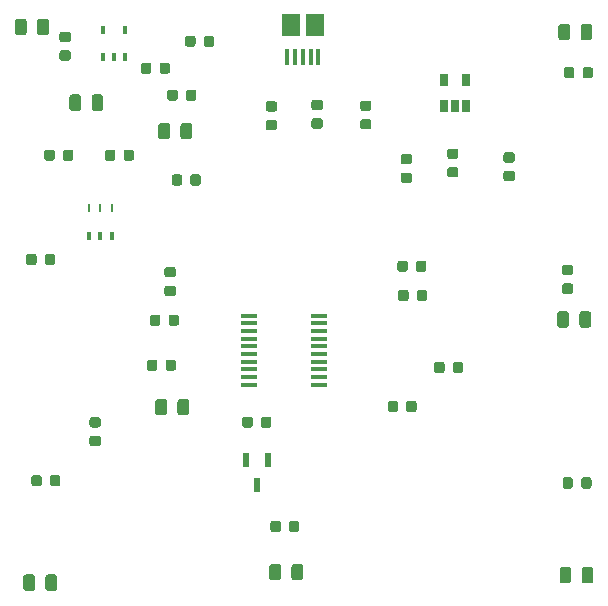
<source format=gtp>
G04 #@! TF.GenerationSoftware,KiCad,Pcbnew,(5.1.5)-3*
G04 #@! TF.CreationDate,2020-02-19T13:12:13+05:30*
G04 #@! TF.ProjectId,task_1,7461736b-5f31-42e6-9b69-6361645f7063,rev?*
G04 #@! TF.SameCoordinates,Original*
G04 #@! TF.FileFunction,Paste,Top*
G04 #@! TF.FilePolarity,Positive*
%FSLAX46Y46*%
G04 Gerber Fmt 4.6, Leading zero omitted, Abs format (unit mm)*
G04 Created by KiCad (PCBNEW (5.1.5)-3) date 2020-02-19 13:12:13*
%MOMM*%
%LPD*%
G04 APERTURE LIST*
%ADD10C,0.100000*%
%ADD11R,1.500000X1.900000*%
%ADD12R,0.400000X1.350000*%
%ADD13R,0.600000X1.300000*%
%ADD14R,0.400000X0.645000*%
%ADD15R,1.000000X0.100000*%
%ADD16R,1.450000X0.450000*%
%ADD17R,0.400000X0.750000*%
%ADD18R,0.250000X0.750000*%
%ADD19R,0.650000X1.060000*%
G04 APERTURE END LIST*
D10*
G36*
X214072142Y-61277174D02*
G01*
X214095803Y-61280684D01*
X214119007Y-61286496D01*
X214141529Y-61294554D01*
X214163153Y-61304782D01*
X214183670Y-61317079D01*
X214202883Y-61331329D01*
X214220607Y-61347393D01*
X214236671Y-61365117D01*
X214250921Y-61384330D01*
X214263218Y-61404847D01*
X214273446Y-61426471D01*
X214281504Y-61448993D01*
X214287316Y-61472197D01*
X214290826Y-61495858D01*
X214292000Y-61519750D01*
X214292000Y-62432250D01*
X214290826Y-62456142D01*
X214287316Y-62479803D01*
X214281504Y-62503007D01*
X214273446Y-62525529D01*
X214263218Y-62547153D01*
X214250921Y-62567670D01*
X214236671Y-62586883D01*
X214220607Y-62604607D01*
X214202883Y-62620671D01*
X214183670Y-62634921D01*
X214163153Y-62647218D01*
X214141529Y-62657446D01*
X214119007Y-62665504D01*
X214095803Y-62671316D01*
X214072142Y-62674826D01*
X214048250Y-62676000D01*
X213560750Y-62676000D01*
X213536858Y-62674826D01*
X213513197Y-62671316D01*
X213489993Y-62665504D01*
X213467471Y-62657446D01*
X213445847Y-62647218D01*
X213425330Y-62634921D01*
X213406117Y-62620671D01*
X213388393Y-62604607D01*
X213372329Y-62586883D01*
X213358079Y-62567670D01*
X213345782Y-62547153D01*
X213335554Y-62525529D01*
X213327496Y-62503007D01*
X213321684Y-62479803D01*
X213318174Y-62456142D01*
X213317000Y-62432250D01*
X213317000Y-61519750D01*
X213318174Y-61495858D01*
X213321684Y-61472197D01*
X213327496Y-61448993D01*
X213335554Y-61426471D01*
X213345782Y-61404847D01*
X213358079Y-61384330D01*
X213372329Y-61365117D01*
X213388393Y-61347393D01*
X213406117Y-61331329D01*
X213425330Y-61317079D01*
X213445847Y-61304782D01*
X213467471Y-61294554D01*
X213489993Y-61286496D01*
X213513197Y-61280684D01*
X213536858Y-61277174D01*
X213560750Y-61276000D01*
X214048250Y-61276000D01*
X214072142Y-61277174D01*
G37*
G36*
X212197142Y-61277174D02*
G01*
X212220803Y-61280684D01*
X212244007Y-61286496D01*
X212266529Y-61294554D01*
X212288153Y-61304782D01*
X212308670Y-61317079D01*
X212327883Y-61331329D01*
X212345607Y-61347393D01*
X212361671Y-61365117D01*
X212375921Y-61384330D01*
X212388218Y-61404847D01*
X212398446Y-61426471D01*
X212406504Y-61448993D01*
X212412316Y-61472197D01*
X212415826Y-61495858D01*
X212417000Y-61519750D01*
X212417000Y-62432250D01*
X212415826Y-62456142D01*
X212412316Y-62479803D01*
X212406504Y-62503007D01*
X212398446Y-62525529D01*
X212388218Y-62547153D01*
X212375921Y-62567670D01*
X212361671Y-62586883D01*
X212345607Y-62604607D01*
X212327883Y-62620671D01*
X212308670Y-62634921D01*
X212288153Y-62647218D01*
X212266529Y-62657446D01*
X212244007Y-62665504D01*
X212220803Y-62671316D01*
X212197142Y-62674826D01*
X212173250Y-62676000D01*
X211685750Y-62676000D01*
X211661858Y-62674826D01*
X211638197Y-62671316D01*
X211614993Y-62665504D01*
X211592471Y-62657446D01*
X211570847Y-62647218D01*
X211550330Y-62634921D01*
X211531117Y-62620671D01*
X211513393Y-62604607D01*
X211497329Y-62586883D01*
X211483079Y-62567670D01*
X211470782Y-62547153D01*
X211460554Y-62525529D01*
X211452496Y-62503007D01*
X211446684Y-62479803D01*
X211443174Y-62456142D01*
X211442000Y-62432250D01*
X211442000Y-61519750D01*
X211443174Y-61495858D01*
X211446684Y-61472197D01*
X211452496Y-61448993D01*
X211460554Y-61426471D01*
X211470782Y-61404847D01*
X211483079Y-61384330D01*
X211497329Y-61365117D01*
X211513393Y-61347393D01*
X211531117Y-61331329D01*
X211550330Y-61317079D01*
X211570847Y-61304782D01*
X211592471Y-61294554D01*
X211614993Y-61286496D01*
X211638197Y-61280684D01*
X211661858Y-61277174D01*
X211685750Y-61276000D01*
X212173250Y-61276000D01*
X212197142Y-61277174D01*
G37*
G36*
X168591191Y-71916053D02*
G01*
X168612426Y-71919203D01*
X168633250Y-71924419D01*
X168653462Y-71931651D01*
X168672868Y-71940830D01*
X168691281Y-71951866D01*
X168708524Y-71964654D01*
X168724430Y-71979070D01*
X168738846Y-71994976D01*
X168751634Y-72012219D01*
X168762670Y-72030632D01*
X168771849Y-72050038D01*
X168779081Y-72070250D01*
X168784297Y-72091074D01*
X168787447Y-72112309D01*
X168788500Y-72133750D01*
X168788500Y-72646250D01*
X168787447Y-72667691D01*
X168784297Y-72688926D01*
X168779081Y-72709750D01*
X168771849Y-72729962D01*
X168762670Y-72749368D01*
X168751634Y-72767781D01*
X168738846Y-72785024D01*
X168724430Y-72800930D01*
X168708524Y-72815346D01*
X168691281Y-72828134D01*
X168672868Y-72839170D01*
X168653462Y-72848349D01*
X168633250Y-72855581D01*
X168612426Y-72860797D01*
X168591191Y-72863947D01*
X168569750Y-72865000D01*
X168132250Y-72865000D01*
X168110809Y-72863947D01*
X168089574Y-72860797D01*
X168068750Y-72855581D01*
X168048538Y-72848349D01*
X168029132Y-72839170D01*
X168010719Y-72828134D01*
X167993476Y-72815346D01*
X167977570Y-72800930D01*
X167963154Y-72785024D01*
X167950366Y-72767781D01*
X167939330Y-72749368D01*
X167930151Y-72729962D01*
X167922919Y-72709750D01*
X167917703Y-72688926D01*
X167914553Y-72667691D01*
X167913500Y-72646250D01*
X167913500Y-72133750D01*
X167914553Y-72112309D01*
X167917703Y-72091074D01*
X167922919Y-72070250D01*
X167930151Y-72050038D01*
X167939330Y-72030632D01*
X167950366Y-72012219D01*
X167963154Y-71994976D01*
X167977570Y-71979070D01*
X167993476Y-71964654D01*
X168010719Y-71951866D01*
X168029132Y-71940830D01*
X168048538Y-71931651D01*
X168068750Y-71924419D01*
X168089574Y-71919203D01*
X168110809Y-71916053D01*
X168132250Y-71915000D01*
X168569750Y-71915000D01*
X168591191Y-71916053D01*
G37*
G36*
X170166191Y-71916053D02*
G01*
X170187426Y-71919203D01*
X170208250Y-71924419D01*
X170228462Y-71931651D01*
X170247868Y-71940830D01*
X170266281Y-71951866D01*
X170283524Y-71964654D01*
X170299430Y-71979070D01*
X170313846Y-71994976D01*
X170326634Y-72012219D01*
X170337670Y-72030632D01*
X170346849Y-72050038D01*
X170354081Y-72070250D01*
X170359297Y-72091074D01*
X170362447Y-72112309D01*
X170363500Y-72133750D01*
X170363500Y-72646250D01*
X170362447Y-72667691D01*
X170359297Y-72688926D01*
X170354081Y-72709750D01*
X170346849Y-72729962D01*
X170337670Y-72749368D01*
X170326634Y-72767781D01*
X170313846Y-72785024D01*
X170299430Y-72800930D01*
X170283524Y-72815346D01*
X170266281Y-72828134D01*
X170247868Y-72839170D01*
X170228462Y-72848349D01*
X170208250Y-72855581D01*
X170187426Y-72860797D01*
X170166191Y-72863947D01*
X170144750Y-72865000D01*
X169707250Y-72865000D01*
X169685809Y-72863947D01*
X169664574Y-72860797D01*
X169643750Y-72855581D01*
X169623538Y-72848349D01*
X169604132Y-72839170D01*
X169585719Y-72828134D01*
X169568476Y-72815346D01*
X169552570Y-72800930D01*
X169538154Y-72785024D01*
X169525366Y-72767781D01*
X169514330Y-72749368D01*
X169505151Y-72729962D01*
X169497919Y-72709750D01*
X169492703Y-72688926D01*
X169489553Y-72667691D01*
X169488500Y-72646250D01*
X169488500Y-72133750D01*
X169489553Y-72112309D01*
X169492703Y-72091074D01*
X169497919Y-72070250D01*
X169505151Y-72050038D01*
X169514330Y-72030632D01*
X169525366Y-72012219D01*
X169538154Y-71994976D01*
X169552570Y-71979070D01*
X169568476Y-71964654D01*
X169585719Y-71951866D01*
X169604132Y-71940830D01*
X169623538Y-71931651D01*
X169643750Y-71924419D01*
X169664574Y-71919203D01*
X169685809Y-71916053D01*
X169707250Y-71915000D01*
X170144750Y-71915000D01*
X170166191Y-71916053D01*
G37*
G36*
X169949691Y-63508053D02*
G01*
X169970926Y-63511203D01*
X169991750Y-63516419D01*
X170011962Y-63523651D01*
X170031368Y-63532830D01*
X170049781Y-63543866D01*
X170067024Y-63556654D01*
X170082930Y-63571070D01*
X170097346Y-63586976D01*
X170110134Y-63604219D01*
X170121170Y-63622632D01*
X170130349Y-63642038D01*
X170137581Y-63662250D01*
X170142797Y-63683074D01*
X170145947Y-63704309D01*
X170147000Y-63725750D01*
X170147000Y-64163250D01*
X170145947Y-64184691D01*
X170142797Y-64205926D01*
X170137581Y-64226750D01*
X170130349Y-64246962D01*
X170121170Y-64266368D01*
X170110134Y-64284781D01*
X170097346Y-64302024D01*
X170082930Y-64317930D01*
X170067024Y-64332346D01*
X170049781Y-64345134D01*
X170031368Y-64356170D01*
X170011962Y-64365349D01*
X169991750Y-64372581D01*
X169970926Y-64377797D01*
X169949691Y-64380947D01*
X169928250Y-64382000D01*
X169415750Y-64382000D01*
X169394309Y-64380947D01*
X169373074Y-64377797D01*
X169352250Y-64372581D01*
X169332038Y-64365349D01*
X169312632Y-64356170D01*
X169294219Y-64345134D01*
X169276976Y-64332346D01*
X169261070Y-64317930D01*
X169246654Y-64302024D01*
X169233866Y-64284781D01*
X169222830Y-64266368D01*
X169213651Y-64246962D01*
X169206419Y-64226750D01*
X169201203Y-64205926D01*
X169198053Y-64184691D01*
X169197000Y-64163250D01*
X169197000Y-63725750D01*
X169198053Y-63704309D01*
X169201203Y-63683074D01*
X169206419Y-63662250D01*
X169213651Y-63642038D01*
X169222830Y-63622632D01*
X169233866Y-63604219D01*
X169246654Y-63586976D01*
X169261070Y-63571070D01*
X169276976Y-63556654D01*
X169294219Y-63543866D01*
X169312632Y-63532830D01*
X169332038Y-63523651D01*
X169352250Y-63516419D01*
X169373074Y-63511203D01*
X169394309Y-63508053D01*
X169415750Y-63507000D01*
X169928250Y-63507000D01*
X169949691Y-63508053D01*
G37*
G36*
X169949691Y-61933053D02*
G01*
X169970926Y-61936203D01*
X169991750Y-61941419D01*
X170011962Y-61948651D01*
X170031368Y-61957830D01*
X170049781Y-61968866D01*
X170067024Y-61981654D01*
X170082930Y-61996070D01*
X170097346Y-62011976D01*
X170110134Y-62029219D01*
X170121170Y-62047632D01*
X170130349Y-62067038D01*
X170137581Y-62087250D01*
X170142797Y-62108074D01*
X170145947Y-62129309D01*
X170147000Y-62150750D01*
X170147000Y-62588250D01*
X170145947Y-62609691D01*
X170142797Y-62630926D01*
X170137581Y-62651750D01*
X170130349Y-62671962D01*
X170121170Y-62691368D01*
X170110134Y-62709781D01*
X170097346Y-62727024D01*
X170082930Y-62742930D01*
X170067024Y-62757346D01*
X170049781Y-62770134D01*
X170031368Y-62781170D01*
X170011962Y-62790349D01*
X169991750Y-62797581D01*
X169970926Y-62802797D01*
X169949691Y-62805947D01*
X169928250Y-62807000D01*
X169415750Y-62807000D01*
X169394309Y-62805947D01*
X169373074Y-62802797D01*
X169352250Y-62797581D01*
X169332038Y-62790349D01*
X169312632Y-62781170D01*
X169294219Y-62770134D01*
X169276976Y-62757346D01*
X169261070Y-62742930D01*
X169246654Y-62727024D01*
X169233866Y-62709781D01*
X169222830Y-62691368D01*
X169213651Y-62671962D01*
X169206419Y-62651750D01*
X169201203Y-62630926D01*
X169198053Y-62609691D01*
X169197000Y-62588250D01*
X169197000Y-62150750D01*
X169198053Y-62129309D01*
X169201203Y-62108074D01*
X169206419Y-62087250D01*
X169213651Y-62067038D01*
X169222830Y-62047632D01*
X169233866Y-62029219D01*
X169246654Y-62011976D01*
X169261070Y-61996070D01*
X169276976Y-61981654D01*
X169294219Y-61968866D01*
X169312632Y-61957830D01*
X169332038Y-61948651D01*
X169352250Y-61941419D01*
X169373074Y-61936203D01*
X169394309Y-61933053D01*
X169415750Y-61932000D01*
X169928250Y-61932000D01*
X169949691Y-61933053D01*
G37*
G36*
X198550691Y-83790553D02*
G01*
X198571926Y-83793703D01*
X198592750Y-83798919D01*
X198612962Y-83806151D01*
X198632368Y-83815330D01*
X198650781Y-83826366D01*
X198668024Y-83839154D01*
X198683930Y-83853570D01*
X198698346Y-83869476D01*
X198711134Y-83886719D01*
X198722170Y-83905132D01*
X198731349Y-83924538D01*
X198738581Y-83944750D01*
X198743797Y-83965574D01*
X198746947Y-83986809D01*
X198748000Y-84008250D01*
X198748000Y-84520750D01*
X198746947Y-84542191D01*
X198743797Y-84563426D01*
X198738581Y-84584250D01*
X198731349Y-84604462D01*
X198722170Y-84623868D01*
X198711134Y-84642281D01*
X198698346Y-84659524D01*
X198683930Y-84675430D01*
X198668024Y-84689846D01*
X198650781Y-84702634D01*
X198632368Y-84713670D01*
X198612962Y-84722849D01*
X198592750Y-84730081D01*
X198571926Y-84735297D01*
X198550691Y-84738447D01*
X198529250Y-84739500D01*
X198091750Y-84739500D01*
X198070309Y-84738447D01*
X198049074Y-84735297D01*
X198028250Y-84730081D01*
X198008038Y-84722849D01*
X197988632Y-84713670D01*
X197970219Y-84702634D01*
X197952976Y-84689846D01*
X197937070Y-84675430D01*
X197922654Y-84659524D01*
X197909866Y-84642281D01*
X197898830Y-84623868D01*
X197889651Y-84604462D01*
X197882419Y-84584250D01*
X197877203Y-84563426D01*
X197874053Y-84542191D01*
X197873000Y-84520750D01*
X197873000Y-84008250D01*
X197874053Y-83986809D01*
X197877203Y-83965574D01*
X197882419Y-83944750D01*
X197889651Y-83924538D01*
X197898830Y-83905132D01*
X197909866Y-83886719D01*
X197922654Y-83869476D01*
X197937070Y-83853570D01*
X197952976Y-83839154D01*
X197970219Y-83826366D01*
X197988632Y-83815330D01*
X198008038Y-83806151D01*
X198028250Y-83798919D01*
X198049074Y-83793703D01*
X198070309Y-83790553D01*
X198091750Y-83789500D01*
X198529250Y-83789500D01*
X198550691Y-83790553D01*
G37*
G36*
X200125691Y-83790553D02*
G01*
X200146926Y-83793703D01*
X200167750Y-83798919D01*
X200187962Y-83806151D01*
X200207368Y-83815330D01*
X200225781Y-83826366D01*
X200243024Y-83839154D01*
X200258930Y-83853570D01*
X200273346Y-83869476D01*
X200286134Y-83886719D01*
X200297170Y-83905132D01*
X200306349Y-83924538D01*
X200313581Y-83944750D01*
X200318797Y-83965574D01*
X200321947Y-83986809D01*
X200323000Y-84008250D01*
X200323000Y-84520750D01*
X200321947Y-84542191D01*
X200318797Y-84563426D01*
X200313581Y-84584250D01*
X200306349Y-84604462D01*
X200297170Y-84623868D01*
X200286134Y-84642281D01*
X200273346Y-84659524D01*
X200258930Y-84675430D01*
X200243024Y-84689846D01*
X200225781Y-84702634D01*
X200207368Y-84713670D01*
X200187962Y-84722849D01*
X200167750Y-84730081D01*
X200146926Y-84735297D01*
X200125691Y-84738447D01*
X200104250Y-84739500D01*
X199666750Y-84739500D01*
X199645309Y-84738447D01*
X199624074Y-84735297D01*
X199603250Y-84730081D01*
X199583038Y-84722849D01*
X199563632Y-84713670D01*
X199545219Y-84702634D01*
X199527976Y-84689846D01*
X199512070Y-84675430D01*
X199497654Y-84659524D01*
X199484866Y-84642281D01*
X199473830Y-84623868D01*
X199464651Y-84604462D01*
X199457419Y-84584250D01*
X199452203Y-84563426D01*
X199449053Y-84542191D01*
X199448000Y-84520750D01*
X199448000Y-84008250D01*
X199449053Y-83986809D01*
X199452203Y-83965574D01*
X199457419Y-83944750D01*
X199464651Y-83924538D01*
X199473830Y-83905132D01*
X199484866Y-83886719D01*
X199497654Y-83869476D01*
X199512070Y-83853570D01*
X199527976Y-83839154D01*
X199545219Y-83826366D01*
X199563632Y-83815330D01*
X199583038Y-83806151D01*
X199603250Y-83798919D01*
X199624074Y-83793703D01*
X199645309Y-83790553D01*
X199666750Y-83789500D01*
X200104250Y-83789500D01*
X200125691Y-83790553D01*
G37*
G36*
X178853191Y-89696053D02*
G01*
X178874426Y-89699203D01*
X178895250Y-89704419D01*
X178915462Y-89711651D01*
X178934868Y-89720830D01*
X178953281Y-89731866D01*
X178970524Y-89744654D01*
X178986430Y-89759070D01*
X179000846Y-89774976D01*
X179013634Y-89792219D01*
X179024670Y-89810632D01*
X179033849Y-89830038D01*
X179041081Y-89850250D01*
X179046297Y-89871074D01*
X179049447Y-89892309D01*
X179050500Y-89913750D01*
X179050500Y-90426250D01*
X179049447Y-90447691D01*
X179046297Y-90468926D01*
X179041081Y-90489750D01*
X179033849Y-90509962D01*
X179024670Y-90529368D01*
X179013634Y-90547781D01*
X179000846Y-90565024D01*
X178986430Y-90580930D01*
X178970524Y-90595346D01*
X178953281Y-90608134D01*
X178934868Y-90619170D01*
X178915462Y-90628349D01*
X178895250Y-90635581D01*
X178874426Y-90640797D01*
X178853191Y-90643947D01*
X178831750Y-90645000D01*
X178394250Y-90645000D01*
X178372809Y-90643947D01*
X178351574Y-90640797D01*
X178330750Y-90635581D01*
X178310538Y-90628349D01*
X178291132Y-90619170D01*
X178272719Y-90608134D01*
X178255476Y-90595346D01*
X178239570Y-90580930D01*
X178225154Y-90565024D01*
X178212366Y-90547781D01*
X178201330Y-90529368D01*
X178192151Y-90509962D01*
X178184919Y-90489750D01*
X178179703Y-90468926D01*
X178176553Y-90447691D01*
X178175500Y-90426250D01*
X178175500Y-89913750D01*
X178176553Y-89892309D01*
X178179703Y-89871074D01*
X178184919Y-89850250D01*
X178192151Y-89830038D01*
X178201330Y-89810632D01*
X178212366Y-89792219D01*
X178225154Y-89774976D01*
X178239570Y-89759070D01*
X178255476Y-89744654D01*
X178272719Y-89731866D01*
X178291132Y-89720830D01*
X178310538Y-89711651D01*
X178330750Y-89704419D01*
X178351574Y-89699203D01*
X178372809Y-89696053D01*
X178394250Y-89695000D01*
X178831750Y-89695000D01*
X178853191Y-89696053D01*
G37*
G36*
X177278191Y-89696053D02*
G01*
X177299426Y-89699203D01*
X177320250Y-89704419D01*
X177340462Y-89711651D01*
X177359868Y-89720830D01*
X177378281Y-89731866D01*
X177395524Y-89744654D01*
X177411430Y-89759070D01*
X177425846Y-89774976D01*
X177438634Y-89792219D01*
X177449670Y-89810632D01*
X177458849Y-89830038D01*
X177466081Y-89850250D01*
X177471297Y-89871074D01*
X177474447Y-89892309D01*
X177475500Y-89913750D01*
X177475500Y-90426250D01*
X177474447Y-90447691D01*
X177471297Y-90468926D01*
X177466081Y-90489750D01*
X177458849Y-90509962D01*
X177449670Y-90529368D01*
X177438634Y-90547781D01*
X177425846Y-90565024D01*
X177411430Y-90580930D01*
X177395524Y-90595346D01*
X177378281Y-90608134D01*
X177359868Y-90619170D01*
X177340462Y-90628349D01*
X177320250Y-90635581D01*
X177299426Y-90640797D01*
X177278191Y-90643947D01*
X177256750Y-90645000D01*
X176819250Y-90645000D01*
X176797809Y-90643947D01*
X176776574Y-90640797D01*
X176755750Y-90635581D01*
X176735538Y-90628349D01*
X176716132Y-90619170D01*
X176697719Y-90608134D01*
X176680476Y-90595346D01*
X176664570Y-90580930D01*
X176650154Y-90565024D01*
X176637366Y-90547781D01*
X176626330Y-90529368D01*
X176617151Y-90509962D01*
X176609919Y-90489750D01*
X176604703Y-90468926D01*
X176601553Y-90447691D01*
X176600500Y-90426250D01*
X176600500Y-89913750D01*
X176601553Y-89892309D01*
X176604703Y-89871074D01*
X176609919Y-89850250D01*
X176617151Y-89830038D01*
X176626330Y-89810632D01*
X176637366Y-89792219D01*
X176650154Y-89774976D01*
X176664570Y-89759070D01*
X176680476Y-89744654D01*
X176697719Y-89731866D01*
X176716132Y-89720830D01*
X176735538Y-89711651D01*
X176755750Y-89704419D01*
X176776574Y-89699203D01*
X176797809Y-89696053D01*
X176819250Y-89695000D01*
X177256750Y-89695000D01*
X177278191Y-89696053D01*
G37*
G36*
X176770191Y-64550053D02*
G01*
X176791426Y-64553203D01*
X176812250Y-64558419D01*
X176832462Y-64565651D01*
X176851868Y-64574830D01*
X176870281Y-64585866D01*
X176887524Y-64598654D01*
X176903430Y-64613070D01*
X176917846Y-64628976D01*
X176930634Y-64646219D01*
X176941670Y-64664632D01*
X176950849Y-64684038D01*
X176958081Y-64704250D01*
X176963297Y-64725074D01*
X176966447Y-64746309D01*
X176967500Y-64767750D01*
X176967500Y-65280250D01*
X176966447Y-65301691D01*
X176963297Y-65322926D01*
X176958081Y-65343750D01*
X176950849Y-65363962D01*
X176941670Y-65383368D01*
X176930634Y-65401781D01*
X176917846Y-65419024D01*
X176903430Y-65434930D01*
X176887524Y-65449346D01*
X176870281Y-65462134D01*
X176851868Y-65473170D01*
X176832462Y-65482349D01*
X176812250Y-65489581D01*
X176791426Y-65494797D01*
X176770191Y-65497947D01*
X176748750Y-65499000D01*
X176311250Y-65499000D01*
X176289809Y-65497947D01*
X176268574Y-65494797D01*
X176247750Y-65489581D01*
X176227538Y-65482349D01*
X176208132Y-65473170D01*
X176189719Y-65462134D01*
X176172476Y-65449346D01*
X176156570Y-65434930D01*
X176142154Y-65419024D01*
X176129366Y-65401781D01*
X176118330Y-65383368D01*
X176109151Y-65363962D01*
X176101919Y-65343750D01*
X176096703Y-65322926D01*
X176093553Y-65301691D01*
X176092500Y-65280250D01*
X176092500Y-64767750D01*
X176093553Y-64746309D01*
X176096703Y-64725074D01*
X176101919Y-64704250D01*
X176109151Y-64684038D01*
X176118330Y-64664632D01*
X176129366Y-64646219D01*
X176142154Y-64628976D01*
X176156570Y-64613070D01*
X176172476Y-64598654D01*
X176189719Y-64585866D01*
X176208132Y-64574830D01*
X176227538Y-64565651D01*
X176247750Y-64558419D01*
X176268574Y-64553203D01*
X176289809Y-64550053D01*
X176311250Y-64549000D01*
X176748750Y-64549000D01*
X176770191Y-64550053D01*
G37*
G36*
X178345191Y-64550053D02*
G01*
X178366426Y-64553203D01*
X178387250Y-64558419D01*
X178407462Y-64565651D01*
X178426868Y-64574830D01*
X178445281Y-64585866D01*
X178462524Y-64598654D01*
X178478430Y-64613070D01*
X178492846Y-64628976D01*
X178505634Y-64646219D01*
X178516670Y-64664632D01*
X178525849Y-64684038D01*
X178533081Y-64704250D01*
X178538297Y-64725074D01*
X178541447Y-64746309D01*
X178542500Y-64767750D01*
X178542500Y-65280250D01*
X178541447Y-65301691D01*
X178538297Y-65322926D01*
X178533081Y-65343750D01*
X178525849Y-65363962D01*
X178516670Y-65383368D01*
X178505634Y-65401781D01*
X178492846Y-65419024D01*
X178478430Y-65434930D01*
X178462524Y-65449346D01*
X178445281Y-65462134D01*
X178426868Y-65473170D01*
X178407462Y-65482349D01*
X178387250Y-65489581D01*
X178366426Y-65494797D01*
X178345191Y-65497947D01*
X178323750Y-65499000D01*
X177886250Y-65499000D01*
X177864809Y-65497947D01*
X177843574Y-65494797D01*
X177822750Y-65489581D01*
X177802538Y-65482349D01*
X177783132Y-65473170D01*
X177764719Y-65462134D01*
X177747476Y-65449346D01*
X177731570Y-65434930D01*
X177717154Y-65419024D01*
X177704366Y-65401781D01*
X177693330Y-65383368D01*
X177684151Y-65363962D01*
X177676919Y-65343750D01*
X177671703Y-65322926D01*
X177668553Y-65301691D01*
X177667500Y-65280250D01*
X177667500Y-64767750D01*
X177668553Y-64746309D01*
X177671703Y-64725074D01*
X177676919Y-64704250D01*
X177684151Y-64684038D01*
X177693330Y-64664632D01*
X177704366Y-64646219D01*
X177717154Y-64628976D01*
X177731570Y-64613070D01*
X177747476Y-64598654D01*
X177764719Y-64585866D01*
X177783132Y-64574830D01*
X177802538Y-64565651D01*
X177822750Y-64558419D01*
X177843574Y-64553203D01*
X177864809Y-64550053D01*
X177886250Y-64549000D01*
X178323750Y-64549000D01*
X178345191Y-64550053D01*
G37*
G36*
X173722191Y-71916053D02*
G01*
X173743426Y-71919203D01*
X173764250Y-71924419D01*
X173784462Y-71931651D01*
X173803868Y-71940830D01*
X173822281Y-71951866D01*
X173839524Y-71964654D01*
X173855430Y-71979070D01*
X173869846Y-71994976D01*
X173882634Y-72012219D01*
X173893670Y-72030632D01*
X173902849Y-72050038D01*
X173910081Y-72070250D01*
X173915297Y-72091074D01*
X173918447Y-72112309D01*
X173919500Y-72133750D01*
X173919500Y-72646250D01*
X173918447Y-72667691D01*
X173915297Y-72688926D01*
X173910081Y-72709750D01*
X173902849Y-72729962D01*
X173893670Y-72749368D01*
X173882634Y-72767781D01*
X173869846Y-72785024D01*
X173855430Y-72800930D01*
X173839524Y-72815346D01*
X173822281Y-72828134D01*
X173803868Y-72839170D01*
X173784462Y-72848349D01*
X173764250Y-72855581D01*
X173743426Y-72860797D01*
X173722191Y-72863947D01*
X173700750Y-72865000D01*
X173263250Y-72865000D01*
X173241809Y-72863947D01*
X173220574Y-72860797D01*
X173199750Y-72855581D01*
X173179538Y-72848349D01*
X173160132Y-72839170D01*
X173141719Y-72828134D01*
X173124476Y-72815346D01*
X173108570Y-72800930D01*
X173094154Y-72785024D01*
X173081366Y-72767781D01*
X173070330Y-72749368D01*
X173061151Y-72729962D01*
X173053919Y-72709750D01*
X173048703Y-72688926D01*
X173045553Y-72667691D01*
X173044500Y-72646250D01*
X173044500Y-72133750D01*
X173045553Y-72112309D01*
X173048703Y-72091074D01*
X173053919Y-72070250D01*
X173061151Y-72050038D01*
X173070330Y-72030632D01*
X173081366Y-72012219D01*
X173094154Y-71994976D01*
X173108570Y-71979070D01*
X173124476Y-71964654D01*
X173141719Y-71951866D01*
X173160132Y-71940830D01*
X173179538Y-71931651D01*
X173199750Y-71924419D01*
X173220574Y-71919203D01*
X173241809Y-71916053D01*
X173263250Y-71915000D01*
X173700750Y-71915000D01*
X173722191Y-71916053D01*
G37*
G36*
X175297191Y-71916053D02*
G01*
X175318426Y-71919203D01*
X175339250Y-71924419D01*
X175359462Y-71931651D01*
X175378868Y-71940830D01*
X175397281Y-71951866D01*
X175414524Y-71964654D01*
X175430430Y-71979070D01*
X175444846Y-71994976D01*
X175457634Y-72012219D01*
X175468670Y-72030632D01*
X175477849Y-72050038D01*
X175485081Y-72070250D01*
X175490297Y-72091074D01*
X175493447Y-72112309D01*
X175494500Y-72133750D01*
X175494500Y-72646250D01*
X175493447Y-72667691D01*
X175490297Y-72688926D01*
X175485081Y-72709750D01*
X175477849Y-72729962D01*
X175468670Y-72749368D01*
X175457634Y-72767781D01*
X175444846Y-72785024D01*
X175430430Y-72800930D01*
X175414524Y-72815346D01*
X175397281Y-72828134D01*
X175378868Y-72839170D01*
X175359462Y-72848349D01*
X175339250Y-72855581D01*
X175318426Y-72860797D01*
X175297191Y-72863947D01*
X175275750Y-72865000D01*
X174838250Y-72865000D01*
X174816809Y-72863947D01*
X174795574Y-72860797D01*
X174774750Y-72855581D01*
X174754538Y-72848349D01*
X174735132Y-72839170D01*
X174716719Y-72828134D01*
X174699476Y-72815346D01*
X174683570Y-72800930D01*
X174669154Y-72785024D01*
X174656366Y-72767781D01*
X174645330Y-72749368D01*
X174636151Y-72729962D01*
X174628919Y-72709750D01*
X174623703Y-72688926D01*
X174620553Y-72667691D01*
X174619500Y-72646250D01*
X174619500Y-72133750D01*
X174620553Y-72112309D01*
X174623703Y-72091074D01*
X174628919Y-72070250D01*
X174636151Y-72050038D01*
X174645330Y-72030632D01*
X174656366Y-72012219D01*
X174669154Y-71994976D01*
X174683570Y-71979070D01*
X174699476Y-71964654D01*
X174716719Y-71951866D01*
X174735132Y-71940830D01*
X174754538Y-71931651D01*
X174774750Y-71924419D01*
X174795574Y-71919203D01*
X174816809Y-71916053D01*
X174838250Y-71915000D01*
X175275750Y-71915000D01*
X175297191Y-71916053D01*
G37*
G36*
X207541691Y-72144053D02*
G01*
X207562926Y-72147203D01*
X207583750Y-72152419D01*
X207603962Y-72159651D01*
X207623368Y-72168830D01*
X207641781Y-72179866D01*
X207659024Y-72192654D01*
X207674930Y-72207070D01*
X207689346Y-72222976D01*
X207702134Y-72240219D01*
X207713170Y-72258632D01*
X207722349Y-72278038D01*
X207729581Y-72298250D01*
X207734797Y-72319074D01*
X207737947Y-72340309D01*
X207739000Y-72361750D01*
X207739000Y-72799250D01*
X207737947Y-72820691D01*
X207734797Y-72841926D01*
X207729581Y-72862750D01*
X207722349Y-72882962D01*
X207713170Y-72902368D01*
X207702134Y-72920781D01*
X207689346Y-72938024D01*
X207674930Y-72953930D01*
X207659024Y-72968346D01*
X207641781Y-72981134D01*
X207623368Y-72992170D01*
X207603962Y-73001349D01*
X207583750Y-73008581D01*
X207562926Y-73013797D01*
X207541691Y-73016947D01*
X207520250Y-73018000D01*
X207007750Y-73018000D01*
X206986309Y-73016947D01*
X206965074Y-73013797D01*
X206944250Y-73008581D01*
X206924038Y-73001349D01*
X206904632Y-72992170D01*
X206886219Y-72981134D01*
X206868976Y-72968346D01*
X206853070Y-72953930D01*
X206838654Y-72938024D01*
X206825866Y-72920781D01*
X206814830Y-72902368D01*
X206805651Y-72882962D01*
X206798419Y-72862750D01*
X206793203Y-72841926D01*
X206790053Y-72820691D01*
X206789000Y-72799250D01*
X206789000Y-72361750D01*
X206790053Y-72340309D01*
X206793203Y-72319074D01*
X206798419Y-72298250D01*
X206805651Y-72278038D01*
X206814830Y-72258632D01*
X206825866Y-72240219D01*
X206838654Y-72222976D01*
X206853070Y-72207070D01*
X206868976Y-72192654D01*
X206886219Y-72179866D01*
X206904632Y-72168830D01*
X206924038Y-72159651D01*
X206944250Y-72152419D01*
X206965074Y-72147203D01*
X206986309Y-72144053D01*
X207007750Y-72143000D01*
X207520250Y-72143000D01*
X207541691Y-72144053D01*
G37*
G36*
X207541691Y-73719053D02*
G01*
X207562926Y-73722203D01*
X207583750Y-73727419D01*
X207603962Y-73734651D01*
X207623368Y-73743830D01*
X207641781Y-73754866D01*
X207659024Y-73767654D01*
X207674930Y-73782070D01*
X207689346Y-73797976D01*
X207702134Y-73815219D01*
X207713170Y-73833632D01*
X207722349Y-73853038D01*
X207729581Y-73873250D01*
X207734797Y-73894074D01*
X207737947Y-73915309D01*
X207739000Y-73936750D01*
X207739000Y-74374250D01*
X207737947Y-74395691D01*
X207734797Y-74416926D01*
X207729581Y-74437750D01*
X207722349Y-74457962D01*
X207713170Y-74477368D01*
X207702134Y-74495781D01*
X207689346Y-74513024D01*
X207674930Y-74528930D01*
X207659024Y-74543346D01*
X207641781Y-74556134D01*
X207623368Y-74567170D01*
X207603962Y-74576349D01*
X207583750Y-74583581D01*
X207562926Y-74588797D01*
X207541691Y-74591947D01*
X207520250Y-74593000D01*
X207007750Y-74593000D01*
X206986309Y-74591947D01*
X206965074Y-74588797D01*
X206944250Y-74583581D01*
X206924038Y-74576349D01*
X206904632Y-74567170D01*
X206886219Y-74556134D01*
X206868976Y-74543346D01*
X206853070Y-74528930D01*
X206838654Y-74513024D01*
X206825866Y-74495781D01*
X206814830Y-74477368D01*
X206805651Y-74457962D01*
X206798419Y-74437750D01*
X206793203Y-74416926D01*
X206790053Y-74395691D01*
X206789000Y-74374250D01*
X206789000Y-73936750D01*
X206790053Y-73915309D01*
X206793203Y-73894074D01*
X206798419Y-73873250D01*
X206805651Y-73853038D01*
X206814830Y-73833632D01*
X206825866Y-73815219D01*
X206838654Y-73797976D01*
X206853070Y-73782070D01*
X206868976Y-73767654D01*
X206886219Y-73754866D01*
X206904632Y-73743830D01*
X206924038Y-73734651D01*
X206944250Y-73727419D01*
X206965074Y-73722203D01*
X206986309Y-73719053D01*
X207007750Y-73718000D01*
X207520250Y-73718000D01*
X207541691Y-73719053D01*
G37*
G36*
X202779191Y-71826553D02*
G01*
X202800426Y-71829703D01*
X202821250Y-71834919D01*
X202841462Y-71842151D01*
X202860868Y-71851330D01*
X202879281Y-71862366D01*
X202896524Y-71875154D01*
X202912430Y-71889570D01*
X202926846Y-71905476D01*
X202939634Y-71922719D01*
X202950670Y-71941132D01*
X202959849Y-71960538D01*
X202967081Y-71980750D01*
X202972297Y-72001574D01*
X202975447Y-72022809D01*
X202976500Y-72044250D01*
X202976500Y-72481750D01*
X202975447Y-72503191D01*
X202972297Y-72524426D01*
X202967081Y-72545250D01*
X202959849Y-72565462D01*
X202950670Y-72584868D01*
X202939634Y-72603281D01*
X202926846Y-72620524D01*
X202912430Y-72636430D01*
X202896524Y-72650846D01*
X202879281Y-72663634D01*
X202860868Y-72674670D01*
X202841462Y-72683849D01*
X202821250Y-72691081D01*
X202800426Y-72696297D01*
X202779191Y-72699447D01*
X202757750Y-72700500D01*
X202245250Y-72700500D01*
X202223809Y-72699447D01*
X202202574Y-72696297D01*
X202181750Y-72691081D01*
X202161538Y-72683849D01*
X202142132Y-72674670D01*
X202123719Y-72663634D01*
X202106476Y-72650846D01*
X202090570Y-72636430D01*
X202076154Y-72620524D01*
X202063366Y-72603281D01*
X202052330Y-72584868D01*
X202043151Y-72565462D01*
X202035919Y-72545250D01*
X202030703Y-72524426D01*
X202027553Y-72503191D01*
X202026500Y-72481750D01*
X202026500Y-72044250D01*
X202027553Y-72022809D01*
X202030703Y-72001574D01*
X202035919Y-71980750D01*
X202043151Y-71960538D01*
X202052330Y-71941132D01*
X202063366Y-71922719D01*
X202076154Y-71905476D01*
X202090570Y-71889570D01*
X202106476Y-71875154D01*
X202123719Y-71862366D01*
X202142132Y-71851330D01*
X202161538Y-71842151D01*
X202181750Y-71834919D01*
X202202574Y-71829703D01*
X202223809Y-71826553D01*
X202245250Y-71825500D01*
X202757750Y-71825500D01*
X202779191Y-71826553D01*
G37*
G36*
X202779191Y-73401553D02*
G01*
X202800426Y-73404703D01*
X202821250Y-73409919D01*
X202841462Y-73417151D01*
X202860868Y-73426330D01*
X202879281Y-73437366D01*
X202896524Y-73450154D01*
X202912430Y-73464570D01*
X202926846Y-73480476D01*
X202939634Y-73497719D01*
X202950670Y-73516132D01*
X202959849Y-73535538D01*
X202967081Y-73555750D01*
X202972297Y-73576574D01*
X202975447Y-73597809D01*
X202976500Y-73619250D01*
X202976500Y-74056750D01*
X202975447Y-74078191D01*
X202972297Y-74099426D01*
X202967081Y-74120250D01*
X202959849Y-74140462D01*
X202950670Y-74159868D01*
X202939634Y-74178281D01*
X202926846Y-74195524D01*
X202912430Y-74211430D01*
X202896524Y-74225846D01*
X202879281Y-74238634D01*
X202860868Y-74249670D01*
X202841462Y-74258849D01*
X202821250Y-74266081D01*
X202800426Y-74271297D01*
X202779191Y-74274447D01*
X202757750Y-74275500D01*
X202245250Y-74275500D01*
X202223809Y-74274447D01*
X202202574Y-74271297D01*
X202181750Y-74266081D01*
X202161538Y-74258849D01*
X202142132Y-74249670D01*
X202123719Y-74238634D01*
X202106476Y-74225846D01*
X202090570Y-74211430D01*
X202076154Y-74195524D01*
X202063366Y-74178281D01*
X202052330Y-74159868D01*
X202043151Y-74140462D01*
X202035919Y-74120250D01*
X202030703Y-74099426D01*
X202027553Y-74078191D01*
X202026500Y-74056750D01*
X202026500Y-73619250D01*
X202027553Y-73597809D01*
X202030703Y-73576574D01*
X202035919Y-73555750D01*
X202043151Y-73535538D01*
X202052330Y-73516132D01*
X202063366Y-73497719D01*
X202076154Y-73480476D01*
X202090570Y-73464570D01*
X202106476Y-73450154D01*
X202123719Y-73437366D01*
X202142132Y-73426330D01*
X202161538Y-73417151D01*
X202181750Y-73409919D01*
X202202574Y-73404703D01*
X202223809Y-73401553D01*
X202245250Y-73400500D01*
X202757750Y-73400500D01*
X202779191Y-73401553D01*
G37*
G36*
X198842191Y-73858553D02*
G01*
X198863426Y-73861703D01*
X198884250Y-73866919D01*
X198904462Y-73874151D01*
X198923868Y-73883330D01*
X198942281Y-73894366D01*
X198959524Y-73907154D01*
X198975430Y-73921570D01*
X198989846Y-73937476D01*
X199002634Y-73954719D01*
X199013670Y-73973132D01*
X199022849Y-73992538D01*
X199030081Y-74012750D01*
X199035297Y-74033574D01*
X199038447Y-74054809D01*
X199039500Y-74076250D01*
X199039500Y-74513750D01*
X199038447Y-74535191D01*
X199035297Y-74556426D01*
X199030081Y-74577250D01*
X199022849Y-74597462D01*
X199013670Y-74616868D01*
X199002634Y-74635281D01*
X198989846Y-74652524D01*
X198975430Y-74668430D01*
X198959524Y-74682846D01*
X198942281Y-74695634D01*
X198923868Y-74706670D01*
X198904462Y-74715849D01*
X198884250Y-74723081D01*
X198863426Y-74728297D01*
X198842191Y-74731447D01*
X198820750Y-74732500D01*
X198308250Y-74732500D01*
X198286809Y-74731447D01*
X198265574Y-74728297D01*
X198244750Y-74723081D01*
X198224538Y-74715849D01*
X198205132Y-74706670D01*
X198186719Y-74695634D01*
X198169476Y-74682846D01*
X198153570Y-74668430D01*
X198139154Y-74652524D01*
X198126366Y-74635281D01*
X198115330Y-74616868D01*
X198106151Y-74597462D01*
X198098919Y-74577250D01*
X198093703Y-74556426D01*
X198090553Y-74535191D01*
X198089500Y-74513750D01*
X198089500Y-74076250D01*
X198090553Y-74054809D01*
X198093703Y-74033574D01*
X198098919Y-74012750D01*
X198106151Y-73992538D01*
X198115330Y-73973132D01*
X198126366Y-73954719D01*
X198139154Y-73937476D01*
X198153570Y-73921570D01*
X198169476Y-73907154D01*
X198186719Y-73894366D01*
X198205132Y-73883330D01*
X198224538Y-73874151D01*
X198244750Y-73866919D01*
X198265574Y-73861703D01*
X198286809Y-73858553D01*
X198308250Y-73857500D01*
X198820750Y-73857500D01*
X198842191Y-73858553D01*
G37*
G36*
X198842191Y-72283553D02*
G01*
X198863426Y-72286703D01*
X198884250Y-72291919D01*
X198904462Y-72299151D01*
X198923868Y-72308330D01*
X198942281Y-72319366D01*
X198959524Y-72332154D01*
X198975430Y-72346570D01*
X198989846Y-72362476D01*
X199002634Y-72379719D01*
X199013670Y-72398132D01*
X199022849Y-72417538D01*
X199030081Y-72437750D01*
X199035297Y-72458574D01*
X199038447Y-72479809D01*
X199039500Y-72501250D01*
X199039500Y-72938750D01*
X199038447Y-72960191D01*
X199035297Y-72981426D01*
X199030081Y-73002250D01*
X199022849Y-73022462D01*
X199013670Y-73041868D01*
X199002634Y-73060281D01*
X198989846Y-73077524D01*
X198975430Y-73093430D01*
X198959524Y-73107846D01*
X198942281Y-73120634D01*
X198923868Y-73131670D01*
X198904462Y-73140849D01*
X198884250Y-73148081D01*
X198863426Y-73153297D01*
X198842191Y-73156447D01*
X198820750Y-73157500D01*
X198308250Y-73157500D01*
X198286809Y-73156447D01*
X198265574Y-73153297D01*
X198244750Y-73148081D01*
X198224538Y-73140849D01*
X198205132Y-73131670D01*
X198186719Y-73120634D01*
X198169476Y-73107846D01*
X198153570Y-73093430D01*
X198139154Y-73077524D01*
X198126366Y-73060281D01*
X198115330Y-73041868D01*
X198106151Y-73022462D01*
X198098919Y-73002250D01*
X198093703Y-72981426D01*
X198090553Y-72960191D01*
X198089500Y-72938750D01*
X198089500Y-72501250D01*
X198090553Y-72479809D01*
X198093703Y-72458574D01*
X198098919Y-72437750D01*
X198106151Y-72417538D01*
X198115330Y-72398132D01*
X198126366Y-72379719D01*
X198139154Y-72362476D01*
X198153570Y-72346570D01*
X198169476Y-72332154D01*
X198186719Y-72319366D01*
X198205132Y-72308330D01*
X198224538Y-72299151D01*
X198244750Y-72291919D01*
X198265574Y-72286703D01*
X198286809Y-72283553D01*
X198308250Y-72282500D01*
X198820750Y-72282500D01*
X198842191Y-72283553D01*
G37*
G36*
X195413191Y-67762553D02*
G01*
X195434426Y-67765703D01*
X195455250Y-67770919D01*
X195475462Y-67778151D01*
X195494868Y-67787330D01*
X195513281Y-67798366D01*
X195530524Y-67811154D01*
X195546430Y-67825570D01*
X195560846Y-67841476D01*
X195573634Y-67858719D01*
X195584670Y-67877132D01*
X195593849Y-67896538D01*
X195601081Y-67916750D01*
X195606297Y-67937574D01*
X195609447Y-67958809D01*
X195610500Y-67980250D01*
X195610500Y-68417750D01*
X195609447Y-68439191D01*
X195606297Y-68460426D01*
X195601081Y-68481250D01*
X195593849Y-68501462D01*
X195584670Y-68520868D01*
X195573634Y-68539281D01*
X195560846Y-68556524D01*
X195546430Y-68572430D01*
X195530524Y-68586846D01*
X195513281Y-68599634D01*
X195494868Y-68610670D01*
X195475462Y-68619849D01*
X195455250Y-68627081D01*
X195434426Y-68632297D01*
X195413191Y-68635447D01*
X195391750Y-68636500D01*
X194879250Y-68636500D01*
X194857809Y-68635447D01*
X194836574Y-68632297D01*
X194815750Y-68627081D01*
X194795538Y-68619849D01*
X194776132Y-68610670D01*
X194757719Y-68599634D01*
X194740476Y-68586846D01*
X194724570Y-68572430D01*
X194710154Y-68556524D01*
X194697366Y-68539281D01*
X194686330Y-68520868D01*
X194677151Y-68501462D01*
X194669919Y-68481250D01*
X194664703Y-68460426D01*
X194661553Y-68439191D01*
X194660500Y-68417750D01*
X194660500Y-67980250D01*
X194661553Y-67958809D01*
X194664703Y-67937574D01*
X194669919Y-67916750D01*
X194677151Y-67896538D01*
X194686330Y-67877132D01*
X194697366Y-67858719D01*
X194710154Y-67841476D01*
X194724570Y-67825570D01*
X194740476Y-67811154D01*
X194757719Y-67798366D01*
X194776132Y-67787330D01*
X194795538Y-67778151D01*
X194815750Y-67770919D01*
X194836574Y-67765703D01*
X194857809Y-67762553D01*
X194879250Y-67761500D01*
X195391750Y-67761500D01*
X195413191Y-67762553D01*
G37*
G36*
X195413191Y-69337553D02*
G01*
X195434426Y-69340703D01*
X195455250Y-69345919D01*
X195475462Y-69353151D01*
X195494868Y-69362330D01*
X195513281Y-69373366D01*
X195530524Y-69386154D01*
X195546430Y-69400570D01*
X195560846Y-69416476D01*
X195573634Y-69433719D01*
X195584670Y-69452132D01*
X195593849Y-69471538D01*
X195601081Y-69491750D01*
X195606297Y-69512574D01*
X195609447Y-69533809D01*
X195610500Y-69555250D01*
X195610500Y-69992750D01*
X195609447Y-70014191D01*
X195606297Y-70035426D01*
X195601081Y-70056250D01*
X195593849Y-70076462D01*
X195584670Y-70095868D01*
X195573634Y-70114281D01*
X195560846Y-70131524D01*
X195546430Y-70147430D01*
X195530524Y-70161846D01*
X195513281Y-70174634D01*
X195494868Y-70185670D01*
X195475462Y-70194849D01*
X195455250Y-70202081D01*
X195434426Y-70207297D01*
X195413191Y-70210447D01*
X195391750Y-70211500D01*
X194879250Y-70211500D01*
X194857809Y-70210447D01*
X194836574Y-70207297D01*
X194815750Y-70202081D01*
X194795538Y-70194849D01*
X194776132Y-70185670D01*
X194757719Y-70174634D01*
X194740476Y-70161846D01*
X194724570Y-70147430D01*
X194710154Y-70131524D01*
X194697366Y-70114281D01*
X194686330Y-70095868D01*
X194677151Y-70076462D01*
X194669919Y-70056250D01*
X194664703Y-70035426D01*
X194661553Y-70014191D01*
X194660500Y-69992750D01*
X194660500Y-69555250D01*
X194661553Y-69533809D01*
X194664703Y-69512574D01*
X194669919Y-69491750D01*
X194677151Y-69471538D01*
X194686330Y-69452132D01*
X194697366Y-69433719D01*
X194710154Y-69416476D01*
X194724570Y-69400570D01*
X194740476Y-69386154D01*
X194757719Y-69373366D01*
X194776132Y-69362330D01*
X194795538Y-69353151D01*
X194815750Y-69345919D01*
X194836574Y-69340703D01*
X194857809Y-69337553D01*
X194879250Y-69336500D01*
X195391750Y-69336500D01*
X195413191Y-69337553D01*
G37*
G36*
X179005191Y-66836053D02*
G01*
X179026426Y-66839203D01*
X179047250Y-66844419D01*
X179067462Y-66851651D01*
X179086868Y-66860830D01*
X179105281Y-66871866D01*
X179122524Y-66884654D01*
X179138430Y-66899070D01*
X179152846Y-66914976D01*
X179165634Y-66932219D01*
X179176670Y-66950632D01*
X179185849Y-66970038D01*
X179193081Y-66990250D01*
X179198297Y-67011074D01*
X179201447Y-67032309D01*
X179202500Y-67053750D01*
X179202500Y-67566250D01*
X179201447Y-67587691D01*
X179198297Y-67608926D01*
X179193081Y-67629750D01*
X179185849Y-67649962D01*
X179176670Y-67669368D01*
X179165634Y-67687781D01*
X179152846Y-67705024D01*
X179138430Y-67720930D01*
X179122524Y-67735346D01*
X179105281Y-67748134D01*
X179086868Y-67759170D01*
X179067462Y-67768349D01*
X179047250Y-67775581D01*
X179026426Y-67780797D01*
X179005191Y-67783947D01*
X178983750Y-67785000D01*
X178546250Y-67785000D01*
X178524809Y-67783947D01*
X178503574Y-67780797D01*
X178482750Y-67775581D01*
X178462538Y-67768349D01*
X178443132Y-67759170D01*
X178424719Y-67748134D01*
X178407476Y-67735346D01*
X178391570Y-67720930D01*
X178377154Y-67705024D01*
X178364366Y-67687781D01*
X178353330Y-67669368D01*
X178344151Y-67649962D01*
X178336919Y-67629750D01*
X178331703Y-67608926D01*
X178328553Y-67587691D01*
X178327500Y-67566250D01*
X178327500Y-67053750D01*
X178328553Y-67032309D01*
X178331703Y-67011074D01*
X178336919Y-66990250D01*
X178344151Y-66970038D01*
X178353330Y-66950632D01*
X178364366Y-66932219D01*
X178377154Y-66914976D01*
X178391570Y-66899070D01*
X178407476Y-66884654D01*
X178424719Y-66871866D01*
X178443132Y-66860830D01*
X178462538Y-66851651D01*
X178482750Y-66844419D01*
X178503574Y-66839203D01*
X178524809Y-66836053D01*
X178546250Y-66835000D01*
X178983750Y-66835000D01*
X179005191Y-66836053D01*
G37*
G36*
X180580191Y-66836053D02*
G01*
X180601426Y-66839203D01*
X180622250Y-66844419D01*
X180642462Y-66851651D01*
X180661868Y-66860830D01*
X180680281Y-66871866D01*
X180697524Y-66884654D01*
X180713430Y-66899070D01*
X180727846Y-66914976D01*
X180740634Y-66932219D01*
X180751670Y-66950632D01*
X180760849Y-66970038D01*
X180768081Y-66990250D01*
X180773297Y-67011074D01*
X180776447Y-67032309D01*
X180777500Y-67053750D01*
X180777500Y-67566250D01*
X180776447Y-67587691D01*
X180773297Y-67608926D01*
X180768081Y-67629750D01*
X180760849Y-67649962D01*
X180751670Y-67669368D01*
X180740634Y-67687781D01*
X180727846Y-67705024D01*
X180713430Y-67720930D01*
X180697524Y-67735346D01*
X180680281Y-67748134D01*
X180661868Y-67759170D01*
X180642462Y-67768349D01*
X180622250Y-67775581D01*
X180601426Y-67780797D01*
X180580191Y-67783947D01*
X180558750Y-67785000D01*
X180121250Y-67785000D01*
X180099809Y-67783947D01*
X180078574Y-67780797D01*
X180057750Y-67775581D01*
X180037538Y-67768349D01*
X180018132Y-67759170D01*
X179999719Y-67748134D01*
X179982476Y-67735346D01*
X179966570Y-67720930D01*
X179952154Y-67705024D01*
X179939366Y-67687781D01*
X179928330Y-67669368D01*
X179919151Y-67649962D01*
X179911919Y-67629750D01*
X179906703Y-67608926D01*
X179903553Y-67587691D01*
X179902500Y-67566250D01*
X179902500Y-67053750D01*
X179903553Y-67032309D01*
X179906703Y-67011074D01*
X179911919Y-66990250D01*
X179919151Y-66970038D01*
X179928330Y-66950632D01*
X179939366Y-66932219D01*
X179952154Y-66914976D01*
X179966570Y-66899070D01*
X179982476Y-66884654D01*
X179999719Y-66871866D01*
X180018132Y-66860830D01*
X180037538Y-66851651D01*
X180057750Y-66844419D01*
X180078574Y-66839203D01*
X180099809Y-66836053D01*
X180121250Y-66835000D01*
X180558750Y-66835000D01*
X180580191Y-66836053D01*
G37*
G36*
X187719642Y-106997174D02*
G01*
X187743303Y-107000684D01*
X187766507Y-107006496D01*
X187789029Y-107014554D01*
X187810653Y-107024782D01*
X187831170Y-107037079D01*
X187850383Y-107051329D01*
X187868107Y-107067393D01*
X187884171Y-107085117D01*
X187898421Y-107104330D01*
X187910718Y-107124847D01*
X187920946Y-107146471D01*
X187929004Y-107168993D01*
X187934816Y-107192197D01*
X187938326Y-107215858D01*
X187939500Y-107239750D01*
X187939500Y-108152250D01*
X187938326Y-108176142D01*
X187934816Y-108199803D01*
X187929004Y-108223007D01*
X187920946Y-108245529D01*
X187910718Y-108267153D01*
X187898421Y-108287670D01*
X187884171Y-108306883D01*
X187868107Y-108324607D01*
X187850383Y-108340671D01*
X187831170Y-108354921D01*
X187810653Y-108367218D01*
X187789029Y-108377446D01*
X187766507Y-108385504D01*
X187743303Y-108391316D01*
X187719642Y-108394826D01*
X187695750Y-108396000D01*
X187208250Y-108396000D01*
X187184358Y-108394826D01*
X187160697Y-108391316D01*
X187137493Y-108385504D01*
X187114971Y-108377446D01*
X187093347Y-108367218D01*
X187072830Y-108354921D01*
X187053617Y-108340671D01*
X187035893Y-108324607D01*
X187019829Y-108306883D01*
X187005579Y-108287670D01*
X186993282Y-108267153D01*
X186983054Y-108245529D01*
X186974996Y-108223007D01*
X186969184Y-108199803D01*
X186965674Y-108176142D01*
X186964500Y-108152250D01*
X186964500Y-107239750D01*
X186965674Y-107215858D01*
X186969184Y-107192197D01*
X186974996Y-107168993D01*
X186983054Y-107146471D01*
X186993282Y-107124847D01*
X187005579Y-107104330D01*
X187019829Y-107085117D01*
X187035893Y-107067393D01*
X187053617Y-107051329D01*
X187072830Y-107037079D01*
X187093347Y-107024782D01*
X187114971Y-107014554D01*
X187137493Y-107006496D01*
X187160697Y-107000684D01*
X187184358Y-106997174D01*
X187208250Y-106996000D01*
X187695750Y-106996000D01*
X187719642Y-106997174D01*
G37*
G36*
X189594642Y-106997174D02*
G01*
X189618303Y-107000684D01*
X189641507Y-107006496D01*
X189664029Y-107014554D01*
X189685653Y-107024782D01*
X189706170Y-107037079D01*
X189725383Y-107051329D01*
X189743107Y-107067393D01*
X189759171Y-107085117D01*
X189773421Y-107104330D01*
X189785718Y-107124847D01*
X189795946Y-107146471D01*
X189804004Y-107168993D01*
X189809816Y-107192197D01*
X189813326Y-107215858D01*
X189814500Y-107239750D01*
X189814500Y-108152250D01*
X189813326Y-108176142D01*
X189809816Y-108199803D01*
X189804004Y-108223007D01*
X189795946Y-108245529D01*
X189785718Y-108267153D01*
X189773421Y-108287670D01*
X189759171Y-108306883D01*
X189743107Y-108324607D01*
X189725383Y-108340671D01*
X189706170Y-108354921D01*
X189685653Y-108367218D01*
X189664029Y-108377446D01*
X189641507Y-108385504D01*
X189618303Y-108391316D01*
X189594642Y-108394826D01*
X189570750Y-108396000D01*
X189083250Y-108396000D01*
X189059358Y-108394826D01*
X189035697Y-108391316D01*
X189012493Y-108385504D01*
X188989971Y-108377446D01*
X188968347Y-108367218D01*
X188947830Y-108354921D01*
X188928617Y-108340671D01*
X188910893Y-108324607D01*
X188894829Y-108306883D01*
X188880579Y-108287670D01*
X188868282Y-108267153D01*
X188858054Y-108245529D01*
X188849996Y-108223007D01*
X188844184Y-108199803D01*
X188840674Y-108176142D01*
X188839500Y-108152250D01*
X188839500Y-107239750D01*
X188840674Y-107215858D01*
X188844184Y-107192197D01*
X188849996Y-107168993D01*
X188858054Y-107146471D01*
X188868282Y-107124847D01*
X188880579Y-107104330D01*
X188894829Y-107085117D01*
X188910893Y-107067393D01*
X188928617Y-107051329D01*
X188947830Y-107037079D01*
X188968347Y-107024782D01*
X188989971Y-107014554D01*
X189012493Y-107006496D01*
X189035697Y-107000684D01*
X189059358Y-106997174D01*
X189083250Y-106996000D01*
X189570750Y-106996000D01*
X189594642Y-106997174D01*
G37*
G36*
X166193142Y-60832674D02*
G01*
X166216803Y-60836184D01*
X166240007Y-60841996D01*
X166262529Y-60850054D01*
X166284153Y-60860282D01*
X166304670Y-60872579D01*
X166323883Y-60886829D01*
X166341607Y-60902893D01*
X166357671Y-60920617D01*
X166371921Y-60939830D01*
X166384218Y-60960347D01*
X166394446Y-60981971D01*
X166402504Y-61004493D01*
X166408316Y-61027697D01*
X166411826Y-61051358D01*
X166413000Y-61075250D01*
X166413000Y-61987750D01*
X166411826Y-62011642D01*
X166408316Y-62035303D01*
X166402504Y-62058507D01*
X166394446Y-62081029D01*
X166384218Y-62102653D01*
X166371921Y-62123170D01*
X166357671Y-62142383D01*
X166341607Y-62160107D01*
X166323883Y-62176171D01*
X166304670Y-62190421D01*
X166284153Y-62202718D01*
X166262529Y-62212946D01*
X166240007Y-62221004D01*
X166216803Y-62226816D01*
X166193142Y-62230326D01*
X166169250Y-62231500D01*
X165681750Y-62231500D01*
X165657858Y-62230326D01*
X165634197Y-62226816D01*
X165610993Y-62221004D01*
X165588471Y-62212946D01*
X165566847Y-62202718D01*
X165546330Y-62190421D01*
X165527117Y-62176171D01*
X165509393Y-62160107D01*
X165493329Y-62142383D01*
X165479079Y-62123170D01*
X165466782Y-62102653D01*
X165456554Y-62081029D01*
X165448496Y-62058507D01*
X165442684Y-62035303D01*
X165439174Y-62011642D01*
X165438000Y-61987750D01*
X165438000Y-61075250D01*
X165439174Y-61051358D01*
X165442684Y-61027697D01*
X165448496Y-61004493D01*
X165456554Y-60981971D01*
X165466782Y-60960347D01*
X165479079Y-60939830D01*
X165493329Y-60920617D01*
X165509393Y-60902893D01*
X165527117Y-60886829D01*
X165546330Y-60872579D01*
X165566847Y-60860282D01*
X165588471Y-60850054D01*
X165610993Y-60841996D01*
X165634197Y-60836184D01*
X165657858Y-60832674D01*
X165681750Y-60831500D01*
X166169250Y-60831500D01*
X166193142Y-60832674D01*
G37*
G36*
X168068142Y-60832674D02*
G01*
X168091803Y-60836184D01*
X168115007Y-60841996D01*
X168137529Y-60850054D01*
X168159153Y-60860282D01*
X168179670Y-60872579D01*
X168198883Y-60886829D01*
X168216607Y-60902893D01*
X168232671Y-60920617D01*
X168246921Y-60939830D01*
X168259218Y-60960347D01*
X168269446Y-60981971D01*
X168277504Y-61004493D01*
X168283316Y-61027697D01*
X168286826Y-61051358D01*
X168288000Y-61075250D01*
X168288000Y-61987750D01*
X168286826Y-62011642D01*
X168283316Y-62035303D01*
X168277504Y-62058507D01*
X168269446Y-62081029D01*
X168259218Y-62102653D01*
X168246921Y-62123170D01*
X168232671Y-62142383D01*
X168216607Y-62160107D01*
X168198883Y-62176171D01*
X168179670Y-62190421D01*
X168159153Y-62202718D01*
X168137529Y-62212946D01*
X168115007Y-62221004D01*
X168091803Y-62226816D01*
X168068142Y-62230326D01*
X168044250Y-62231500D01*
X167556750Y-62231500D01*
X167532858Y-62230326D01*
X167509197Y-62226816D01*
X167485993Y-62221004D01*
X167463471Y-62212946D01*
X167441847Y-62202718D01*
X167421330Y-62190421D01*
X167402117Y-62176171D01*
X167384393Y-62160107D01*
X167368329Y-62142383D01*
X167354079Y-62123170D01*
X167341782Y-62102653D01*
X167331554Y-62081029D01*
X167323496Y-62058507D01*
X167317684Y-62035303D01*
X167314174Y-62011642D01*
X167313000Y-61987750D01*
X167313000Y-61075250D01*
X167314174Y-61051358D01*
X167317684Y-61027697D01*
X167323496Y-61004493D01*
X167331554Y-60981971D01*
X167341782Y-60960347D01*
X167354079Y-60939830D01*
X167368329Y-60920617D01*
X167384393Y-60902893D01*
X167402117Y-60886829D01*
X167421330Y-60872579D01*
X167441847Y-60860282D01*
X167463471Y-60850054D01*
X167485993Y-60841996D01*
X167509197Y-60836184D01*
X167532858Y-60832674D01*
X167556750Y-60831500D01*
X168044250Y-60831500D01*
X168068142Y-60832674D01*
G37*
G36*
X212103642Y-85597674D02*
G01*
X212127303Y-85601184D01*
X212150507Y-85606996D01*
X212173029Y-85615054D01*
X212194653Y-85625282D01*
X212215170Y-85637579D01*
X212234383Y-85651829D01*
X212252107Y-85667893D01*
X212268171Y-85685617D01*
X212282421Y-85704830D01*
X212294718Y-85725347D01*
X212304946Y-85746971D01*
X212313004Y-85769493D01*
X212318816Y-85792697D01*
X212322326Y-85816358D01*
X212323500Y-85840250D01*
X212323500Y-86752750D01*
X212322326Y-86776642D01*
X212318816Y-86800303D01*
X212313004Y-86823507D01*
X212304946Y-86846029D01*
X212294718Y-86867653D01*
X212282421Y-86888170D01*
X212268171Y-86907383D01*
X212252107Y-86925107D01*
X212234383Y-86941171D01*
X212215170Y-86955421D01*
X212194653Y-86967718D01*
X212173029Y-86977946D01*
X212150507Y-86986004D01*
X212127303Y-86991816D01*
X212103642Y-86995326D01*
X212079750Y-86996500D01*
X211592250Y-86996500D01*
X211568358Y-86995326D01*
X211544697Y-86991816D01*
X211521493Y-86986004D01*
X211498971Y-86977946D01*
X211477347Y-86967718D01*
X211456830Y-86955421D01*
X211437617Y-86941171D01*
X211419893Y-86925107D01*
X211403829Y-86907383D01*
X211389579Y-86888170D01*
X211377282Y-86867653D01*
X211367054Y-86846029D01*
X211358996Y-86823507D01*
X211353184Y-86800303D01*
X211349674Y-86776642D01*
X211348500Y-86752750D01*
X211348500Y-85840250D01*
X211349674Y-85816358D01*
X211353184Y-85792697D01*
X211358996Y-85769493D01*
X211367054Y-85746971D01*
X211377282Y-85725347D01*
X211389579Y-85704830D01*
X211403829Y-85685617D01*
X211419893Y-85667893D01*
X211437617Y-85651829D01*
X211456830Y-85637579D01*
X211477347Y-85625282D01*
X211498971Y-85615054D01*
X211521493Y-85606996D01*
X211544697Y-85601184D01*
X211568358Y-85597674D01*
X211592250Y-85596500D01*
X212079750Y-85596500D01*
X212103642Y-85597674D01*
G37*
G36*
X213978642Y-85597674D02*
G01*
X214002303Y-85601184D01*
X214025507Y-85606996D01*
X214048029Y-85615054D01*
X214069653Y-85625282D01*
X214090170Y-85637579D01*
X214109383Y-85651829D01*
X214127107Y-85667893D01*
X214143171Y-85685617D01*
X214157421Y-85704830D01*
X214169718Y-85725347D01*
X214179946Y-85746971D01*
X214188004Y-85769493D01*
X214193816Y-85792697D01*
X214197326Y-85816358D01*
X214198500Y-85840250D01*
X214198500Y-86752750D01*
X214197326Y-86776642D01*
X214193816Y-86800303D01*
X214188004Y-86823507D01*
X214179946Y-86846029D01*
X214169718Y-86867653D01*
X214157421Y-86888170D01*
X214143171Y-86907383D01*
X214127107Y-86925107D01*
X214109383Y-86941171D01*
X214090170Y-86955421D01*
X214069653Y-86967718D01*
X214048029Y-86977946D01*
X214025507Y-86986004D01*
X214002303Y-86991816D01*
X213978642Y-86995326D01*
X213954750Y-86996500D01*
X213467250Y-86996500D01*
X213443358Y-86995326D01*
X213419697Y-86991816D01*
X213396493Y-86986004D01*
X213373971Y-86977946D01*
X213352347Y-86967718D01*
X213331830Y-86955421D01*
X213312617Y-86941171D01*
X213294893Y-86925107D01*
X213278829Y-86907383D01*
X213264579Y-86888170D01*
X213252282Y-86867653D01*
X213242054Y-86846029D01*
X213233996Y-86823507D01*
X213228184Y-86800303D01*
X213224674Y-86776642D01*
X213223500Y-86752750D01*
X213223500Y-85840250D01*
X213224674Y-85816358D01*
X213228184Y-85792697D01*
X213233996Y-85769493D01*
X213242054Y-85746971D01*
X213252282Y-85725347D01*
X213264579Y-85704830D01*
X213278829Y-85685617D01*
X213294893Y-85667893D01*
X213312617Y-85651829D01*
X213331830Y-85637579D01*
X213352347Y-85625282D01*
X213373971Y-85615054D01*
X213396493Y-85606996D01*
X213419697Y-85601184D01*
X213443358Y-85597674D01*
X213467250Y-85596500D01*
X213954750Y-85596500D01*
X213978642Y-85597674D01*
G37*
G36*
X168766642Y-107886174D02*
G01*
X168790303Y-107889684D01*
X168813507Y-107895496D01*
X168836029Y-107903554D01*
X168857653Y-107913782D01*
X168878170Y-107926079D01*
X168897383Y-107940329D01*
X168915107Y-107956393D01*
X168931171Y-107974117D01*
X168945421Y-107993330D01*
X168957718Y-108013847D01*
X168967946Y-108035471D01*
X168976004Y-108057993D01*
X168981816Y-108081197D01*
X168985326Y-108104858D01*
X168986500Y-108128750D01*
X168986500Y-109041250D01*
X168985326Y-109065142D01*
X168981816Y-109088803D01*
X168976004Y-109112007D01*
X168967946Y-109134529D01*
X168957718Y-109156153D01*
X168945421Y-109176670D01*
X168931171Y-109195883D01*
X168915107Y-109213607D01*
X168897383Y-109229671D01*
X168878170Y-109243921D01*
X168857653Y-109256218D01*
X168836029Y-109266446D01*
X168813507Y-109274504D01*
X168790303Y-109280316D01*
X168766642Y-109283826D01*
X168742750Y-109285000D01*
X168255250Y-109285000D01*
X168231358Y-109283826D01*
X168207697Y-109280316D01*
X168184493Y-109274504D01*
X168161971Y-109266446D01*
X168140347Y-109256218D01*
X168119830Y-109243921D01*
X168100617Y-109229671D01*
X168082893Y-109213607D01*
X168066829Y-109195883D01*
X168052579Y-109176670D01*
X168040282Y-109156153D01*
X168030054Y-109134529D01*
X168021996Y-109112007D01*
X168016184Y-109088803D01*
X168012674Y-109065142D01*
X168011500Y-109041250D01*
X168011500Y-108128750D01*
X168012674Y-108104858D01*
X168016184Y-108081197D01*
X168021996Y-108057993D01*
X168030054Y-108035471D01*
X168040282Y-108013847D01*
X168052579Y-107993330D01*
X168066829Y-107974117D01*
X168082893Y-107956393D01*
X168100617Y-107940329D01*
X168119830Y-107926079D01*
X168140347Y-107913782D01*
X168161971Y-107903554D01*
X168184493Y-107895496D01*
X168207697Y-107889684D01*
X168231358Y-107886174D01*
X168255250Y-107885000D01*
X168742750Y-107885000D01*
X168766642Y-107886174D01*
G37*
G36*
X166891642Y-107886174D02*
G01*
X166915303Y-107889684D01*
X166938507Y-107895496D01*
X166961029Y-107903554D01*
X166982653Y-107913782D01*
X167003170Y-107926079D01*
X167022383Y-107940329D01*
X167040107Y-107956393D01*
X167056171Y-107974117D01*
X167070421Y-107993330D01*
X167082718Y-108013847D01*
X167092946Y-108035471D01*
X167101004Y-108057993D01*
X167106816Y-108081197D01*
X167110326Y-108104858D01*
X167111500Y-108128750D01*
X167111500Y-109041250D01*
X167110326Y-109065142D01*
X167106816Y-109088803D01*
X167101004Y-109112007D01*
X167092946Y-109134529D01*
X167082718Y-109156153D01*
X167070421Y-109176670D01*
X167056171Y-109195883D01*
X167040107Y-109213607D01*
X167022383Y-109229671D01*
X167003170Y-109243921D01*
X166982653Y-109256218D01*
X166961029Y-109266446D01*
X166938507Y-109274504D01*
X166915303Y-109280316D01*
X166891642Y-109283826D01*
X166867750Y-109285000D01*
X166380250Y-109285000D01*
X166356358Y-109283826D01*
X166332697Y-109280316D01*
X166309493Y-109274504D01*
X166286971Y-109266446D01*
X166265347Y-109256218D01*
X166244830Y-109243921D01*
X166225617Y-109229671D01*
X166207893Y-109213607D01*
X166191829Y-109195883D01*
X166177579Y-109176670D01*
X166165282Y-109156153D01*
X166155054Y-109134529D01*
X166146996Y-109112007D01*
X166141184Y-109088803D01*
X166137674Y-109065142D01*
X166136500Y-109041250D01*
X166136500Y-108128750D01*
X166137674Y-108104858D01*
X166141184Y-108081197D01*
X166146996Y-108057993D01*
X166155054Y-108035471D01*
X166165282Y-108013847D01*
X166177579Y-107993330D01*
X166191829Y-107974117D01*
X166207893Y-107956393D01*
X166225617Y-107940329D01*
X166244830Y-107926079D01*
X166265347Y-107913782D01*
X166286971Y-107903554D01*
X166309493Y-107895496D01*
X166332697Y-107889684D01*
X166356358Y-107886174D01*
X166380250Y-107885000D01*
X166867750Y-107885000D01*
X166891642Y-107886174D01*
G37*
G36*
X214169142Y-107251174D02*
G01*
X214192803Y-107254684D01*
X214216007Y-107260496D01*
X214238529Y-107268554D01*
X214260153Y-107278782D01*
X214280670Y-107291079D01*
X214299883Y-107305329D01*
X214317607Y-107321393D01*
X214333671Y-107339117D01*
X214347921Y-107358330D01*
X214360218Y-107378847D01*
X214370446Y-107400471D01*
X214378504Y-107422993D01*
X214384316Y-107446197D01*
X214387826Y-107469858D01*
X214389000Y-107493750D01*
X214389000Y-108406250D01*
X214387826Y-108430142D01*
X214384316Y-108453803D01*
X214378504Y-108477007D01*
X214370446Y-108499529D01*
X214360218Y-108521153D01*
X214347921Y-108541670D01*
X214333671Y-108560883D01*
X214317607Y-108578607D01*
X214299883Y-108594671D01*
X214280670Y-108608921D01*
X214260153Y-108621218D01*
X214238529Y-108631446D01*
X214216007Y-108639504D01*
X214192803Y-108645316D01*
X214169142Y-108648826D01*
X214145250Y-108650000D01*
X213657750Y-108650000D01*
X213633858Y-108648826D01*
X213610197Y-108645316D01*
X213586993Y-108639504D01*
X213564471Y-108631446D01*
X213542847Y-108621218D01*
X213522330Y-108608921D01*
X213503117Y-108594671D01*
X213485393Y-108578607D01*
X213469329Y-108560883D01*
X213455079Y-108541670D01*
X213442782Y-108521153D01*
X213432554Y-108499529D01*
X213424496Y-108477007D01*
X213418684Y-108453803D01*
X213415174Y-108430142D01*
X213414000Y-108406250D01*
X213414000Y-107493750D01*
X213415174Y-107469858D01*
X213418684Y-107446197D01*
X213424496Y-107422993D01*
X213432554Y-107400471D01*
X213442782Y-107378847D01*
X213455079Y-107358330D01*
X213469329Y-107339117D01*
X213485393Y-107321393D01*
X213503117Y-107305329D01*
X213522330Y-107291079D01*
X213542847Y-107278782D01*
X213564471Y-107268554D01*
X213586993Y-107260496D01*
X213610197Y-107254684D01*
X213633858Y-107251174D01*
X213657750Y-107250000D01*
X214145250Y-107250000D01*
X214169142Y-107251174D01*
G37*
G36*
X212294142Y-107251174D02*
G01*
X212317803Y-107254684D01*
X212341007Y-107260496D01*
X212363529Y-107268554D01*
X212385153Y-107278782D01*
X212405670Y-107291079D01*
X212424883Y-107305329D01*
X212442607Y-107321393D01*
X212458671Y-107339117D01*
X212472921Y-107358330D01*
X212485218Y-107378847D01*
X212495446Y-107400471D01*
X212503504Y-107422993D01*
X212509316Y-107446197D01*
X212512826Y-107469858D01*
X212514000Y-107493750D01*
X212514000Y-108406250D01*
X212512826Y-108430142D01*
X212509316Y-108453803D01*
X212503504Y-108477007D01*
X212495446Y-108499529D01*
X212485218Y-108521153D01*
X212472921Y-108541670D01*
X212458671Y-108560883D01*
X212442607Y-108578607D01*
X212424883Y-108594671D01*
X212405670Y-108608921D01*
X212385153Y-108621218D01*
X212363529Y-108631446D01*
X212341007Y-108639504D01*
X212317803Y-108645316D01*
X212294142Y-108648826D01*
X212270250Y-108650000D01*
X211782750Y-108650000D01*
X211758858Y-108648826D01*
X211735197Y-108645316D01*
X211711993Y-108639504D01*
X211689471Y-108631446D01*
X211667847Y-108621218D01*
X211647330Y-108608921D01*
X211628117Y-108594671D01*
X211610393Y-108578607D01*
X211594329Y-108560883D01*
X211580079Y-108541670D01*
X211567782Y-108521153D01*
X211557554Y-108499529D01*
X211549496Y-108477007D01*
X211543684Y-108453803D01*
X211540174Y-108430142D01*
X211539000Y-108406250D01*
X211539000Y-107493750D01*
X211540174Y-107469858D01*
X211543684Y-107446197D01*
X211549496Y-107422993D01*
X211557554Y-107400471D01*
X211567782Y-107378847D01*
X211580079Y-107358330D01*
X211594329Y-107339117D01*
X211610393Y-107321393D01*
X211628117Y-107305329D01*
X211647330Y-107291079D01*
X211667847Y-107278782D01*
X211689471Y-107268554D01*
X211711993Y-107260496D01*
X211735197Y-107254684D01*
X211758858Y-107251174D01*
X211782750Y-107250000D01*
X212270250Y-107250000D01*
X212294142Y-107251174D01*
G37*
D11*
X188801500Y-61373500D03*
D12*
X190451500Y-64073500D03*
X191101500Y-64073500D03*
X188501500Y-64073500D03*
X189151500Y-64073500D03*
X189801500Y-64073500D03*
D11*
X190801500Y-61373500D03*
D13*
X185928000Y-100330000D03*
X184978000Y-98230000D03*
X186878000Y-98230000D03*
D14*
X172849500Y-61756000D03*
X172849500Y-64101000D03*
X174749500Y-61756000D03*
X174749500Y-64101000D03*
X173799500Y-64101000D03*
D15*
X182278000Y-78803500D03*
X176878000Y-78803500D03*
X182278000Y-78153500D03*
X182278000Y-76853500D03*
X176878000Y-78153500D03*
X176878000Y-77503500D03*
X176878000Y-76853500D03*
X182278000Y-77503500D03*
D16*
X185264000Y-85975000D03*
X185264000Y-86625000D03*
X185264000Y-87275000D03*
X185264000Y-87925000D03*
X185264000Y-88575000D03*
X185264000Y-89225000D03*
X185264000Y-89875000D03*
X185264000Y-90525000D03*
X185264000Y-91175000D03*
X185264000Y-91825000D03*
X191164000Y-91825000D03*
X191164000Y-91175000D03*
X191164000Y-90525000D03*
X191164000Y-89875000D03*
X191164000Y-89225000D03*
X191164000Y-88575000D03*
X191164000Y-87925000D03*
X191164000Y-87275000D03*
X191164000Y-86625000D03*
X191164000Y-85975000D03*
D17*
X172656500Y-79216500D03*
X173606500Y-79216500D03*
X171706500Y-79216500D03*
D18*
X173606500Y-76866500D03*
X171706500Y-76866500D03*
X172656500Y-76866500D03*
D19*
X201742000Y-68219500D03*
X202692000Y-68219500D03*
X203642000Y-68219500D03*
X203642000Y-66019500D03*
X201742000Y-66019500D03*
D10*
G36*
X178321642Y-69659174D02*
G01*
X178345303Y-69662684D01*
X178368507Y-69668496D01*
X178391029Y-69676554D01*
X178412653Y-69686782D01*
X178433170Y-69699079D01*
X178452383Y-69713329D01*
X178470107Y-69729393D01*
X178486171Y-69747117D01*
X178500421Y-69766330D01*
X178512718Y-69786847D01*
X178522946Y-69808471D01*
X178531004Y-69830993D01*
X178536816Y-69854197D01*
X178540326Y-69877858D01*
X178541500Y-69901750D01*
X178541500Y-70814250D01*
X178540326Y-70838142D01*
X178536816Y-70861803D01*
X178531004Y-70885007D01*
X178522946Y-70907529D01*
X178512718Y-70929153D01*
X178500421Y-70949670D01*
X178486171Y-70968883D01*
X178470107Y-70986607D01*
X178452383Y-71002671D01*
X178433170Y-71016921D01*
X178412653Y-71029218D01*
X178391029Y-71039446D01*
X178368507Y-71047504D01*
X178345303Y-71053316D01*
X178321642Y-71056826D01*
X178297750Y-71058000D01*
X177810250Y-71058000D01*
X177786358Y-71056826D01*
X177762697Y-71053316D01*
X177739493Y-71047504D01*
X177716971Y-71039446D01*
X177695347Y-71029218D01*
X177674830Y-71016921D01*
X177655617Y-71002671D01*
X177637893Y-70986607D01*
X177621829Y-70968883D01*
X177607579Y-70949670D01*
X177595282Y-70929153D01*
X177585054Y-70907529D01*
X177576996Y-70885007D01*
X177571184Y-70861803D01*
X177567674Y-70838142D01*
X177566500Y-70814250D01*
X177566500Y-69901750D01*
X177567674Y-69877858D01*
X177571184Y-69854197D01*
X177576996Y-69830993D01*
X177585054Y-69808471D01*
X177595282Y-69786847D01*
X177607579Y-69766330D01*
X177621829Y-69747117D01*
X177637893Y-69729393D01*
X177655617Y-69713329D01*
X177674830Y-69699079D01*
X177695347Y-69686782D01*
X177716971Y-69676554D01*
X177739493Y-69668496D01*
X177762697Y-69662684D01*
X177786358Y-69659174D01*
X177810250Y-69658000D01*
X178297750Y-69658000D01*
X178321642Y-69659174D01*
G37*
G36*
X180196642Y-69659174D02*
G01*
X180220303Y-69662684D01*
X180243507Y-69668496D01*
X180266029Y-69676554D01*
X180287653Y-69686782D01*
X180308170Y-69699079D01*
X180327383Y-69713329D01*
X180345107Y-69729393D01*
X180361171Y-69747117D01*
X180375421Y-69766330D01*
X180387718Y-69786847D01*
X180397946Y-69808471D01*
X180406004Y-69830993D01*
X180411816Y-69854197D01*
X180415326Y-69877858D01*
X180416500Y-69901750D01*
X180416500Y-70814250D01*
X180415326Y-70838142D01*
X180411816Y-70861803D01*
X180406004Y-70885007D01*
X180397946Y-70907529D01*
X180387718Y-70929153D01*
X180375421Y-70949670D01*
X180361171Y-70968883D01*
X180345107Y-70986607D01*
X180327383Y-71002671D01*
X180308170Y-71016921D01*
X180287653Y-71029218D01*
X180266029Y-71039446D01*
X180243507Y-71047504D01*
X180220303Y-71053316D01*
X180196642Y-71056826D01*
X180172750Y-71058000D01*
X179685250Y-71058000D01*
X179661358Y-71056826D01*
X179637697Y-71053316D01*
X179614493Y-71047504D01*
X179591971Y-71039446D01*
X179570347Y-71029218D01*
X179549830Y-71016921D01*
X179530617Y-71002671D01*
X179512893Y-70986607D01*
X179496829Y-70968883D01*
X179482579Y-70949670D01*
X179470282Y-70929153D01*
X179460054Y-70907529D01*
X179451996Y-70885007D01*
X179446184Y-70861803D01*
X179442674Y-70838142D01*
X179441500Y-70814250D01*
X179441500Y-69901750D01*
X179442674Y-69877858D01*
X179446184Y-69854197D01*
X179451996Y-69830993D01*
X179460054Y-69808471D01*
X179470282Y-69786847D01*
X179482579Y-69766330D01*
X179496829Y-69747117D01*
X179512893Y-69729393D01*
X179530617Y-69713329D01*
X179549830Y-69699079D01*
X179570347Y-69686782D01*
X179591971Y-69676554D01*
X179614493Y-69668496D01*
X179637697Y-69662684D01*
X179661358Y-69659174D01*
X179685250Y-69658000D01*
X180172750Y-69658000D01*
X180196642Y-69659174D01*
G37*
G36*
X172670142Y-67246174D02*
G01*
X172693803Y-67249684D01*
X172717007Y-67255496D01*
X172739529Y-67263554D01*
X172761153Y-67273782D01*
X172781670Y-67286079D01*
X172800883Y-67300329D01*
X172818607Y-67316393D01*
X172834671Y-67334117D01*
X172848921Y-67353330D01*
X172861218Y-67373847D01*
X172871446Y-67395471D01*
X172879504Y-67417993D01*
X172885316Y-67441197D01*
X172888826Y-67464858D01*
X172890000Y-67488750D01*
X172890000Y-68401250D01*
X172888826Y-68425142D01*
X172885316Y-68448803D01*
X172879504Y-68472007D01*
X172871446Y-68494529D01*
X172861218Y-68516153D01*
X172848921Y-68536670D01*
X172834671Y-68555883D01*
X172818607Y-68573607D01*
X172800883Y-68589671D01*
X172781670Y-68603921D01*
X172761153Y-68616218D01*
X172739529Y-68626446D01*
X172717007Y-68634504D01*
X172693803Y-68640316D01*
X172670142Y-68643826D01*
X172646250Y-68645000D01*
X172158750Y-68645000D01*
X172134858Y-68643826D01*
X172111197Y-68640316D01*
X172087993Y-68634504D01*
X172065471Y-68626446D01*
X172043847Y-68616218D01*
X172023330Y-68603921D01*
X172004117Y-68589671D01*
X171986393Y-68573607D01*
X171970329Y-68555883D01*
X171956079Y-68536670D01*
X171943782Y-68516153D01*
X171933554Y-68494529D01*
X171925496Y-68472007D01*
X171919684Y-68448803D01*
X171916174Y-68425142D01*
X171915000Y-68401250D01*
X171915000Y-67488750D01*
X171916174Y-67464858D01*
X171919684Y-67441197D01*
X171925496Y-67417993D01*
X171933554Y-67395471D01*
X171943782Y-67373847D01*
X171956079Y-67353330D01*
X171970329Y-67334117D01*
X171986393Y-67316393D01*
X172004117Y-67300329D01*
X172023330Y-67286079D01*
X172043847Y-67273782D01*
X172065471Y-67263554D01*
X172087993Y-67255496D01*
X172111197Y-67249684D01*
X172134858Y-67246174D01*
X172158750Y-67245000D01*
X172646250Y-67245000D01*
X172670142Y-67246174D01*
G37*
G36*
X170795142Y-67246174D02*
G01*
X170818803Y-67249684D01*
X170842007Y-67255496D01*
X170864529Y-67263554D01*
X170886153Y-67273782D01*
X170906670Y-67286079D01*
X170925883Y-67300329D01*
X170943607Y-67316393D01*
X170959671Y-67334117D01*
X170973921Y-67353330D01*
X170986218Y-67373847D01*
X170996446Y-67395471D01*
X171004504Y-67417993D01*
X171010316Y-67441197D01*
X171013826Y-67464858D01*
X171015000Y-67488750D01*
X171015000Y-68401250D01*
X171013826Y-68425142D01*
X171010316Y-68448803D01*
X171004504Y-68472007D01*
X170996446Y-68494529D01*
X170986218Y-68516153D01*
X170973921Y-68536670D01*
X170959671Y-68555883D01*
X170943607Y-68573607D01*
X170925883Y-68589671D01*
X170906670Y-68603921D01*
X170886153Y-68616218D01*
X170864529Y-68626446D01*
X170842007Y-68634504D01*
X170818803Y-68640316D01*
X170795142Y-68643826D01*
X170771250Y-68645000D01*
X170283750Y-68645000D01*
X170259858Y-68643826D01*
X170236197Y-68640316D01*
X170212993Y-68634504D01*
X170190471Y-68626446D01*
X170168847Y-68616218D01*
X170148330Y-68603921D01*
X170129117Y-68589671D01*
X170111393Y-68573607D01*
X170095329Y-68555883D01*
X170081079Y-68536670D01*
X170068782Y-68516153D01*
X170058554Y-68494529D01*
X170050496Y-68472007D01*
X170044684Y-68448803D01*
X170041174Y-68425142D01*
X170040000Y-68401250D01*
X170040000Y-67488750D01*
X170041174Y-67464858D01*
X170044684Y-67441197D01*
X170050496Y-67417993D01*
X170058554Y-67395471D01*
X170068782Y-67373847D01*
X170081079Y-67353330D01*
X170095329Y-67334117D01*
X170111393Y-67316393D01*
X170129117Y-67300329D01*
X170148330Y-67286079D01*
X170168847Y-67273782D01*
X170190471Y-67263554D01*
X170212993Y-67255496D01*
X170236197Y-67249684D01*
X170259858Y-67246174D01*
X170283750Y-67245000D01*
X170771250Y-67245000D01*
X170795142Y-67246174D01*
G37*
G36*
X178067642Y-93027174D02*
G01*
X178091303Y-93030684D01*
X178114507Y-93036496D01*
X178137029Y-93044554D01*
X178158653Y-93054782D01*
X178179170Y-93067079D01*
X178198383Y-93081329D01*
X178216107Y-93097393D01*
X178232171Y-93115117D01*
X178246421Y-93134330D01*
X178258718Y-93154847D01*
X178268946Y-93176471D01*
X178277004Y-93198993D01*
X178282816Y-93222197D01*
X178286326Y-93245858D01*
X178287500Y-93269750D01*
X178287500Y-94182250D01*
X178286326Y-94206142D01*
X178282816Y-94229803D01*
X178277004Y-94253007D01*
X178268946Y-94275529D01*
X178258718Y-94297153D01*
X178246421Y-94317670D01*
X178232171Y-94336883D01*
X178216107Y-94354607D01*
X178198383Y-94370671D01*
X178179170Y-94384921D01*
X178158653Y-94397218D01*
X178137029Y-94407446D01*
X178114507Y-94415504D01*
X178091303Y-94421316D01*
X178067642Y-94424826D01*
X178043750Y-94426000D01*
X177556250Y-94426000D01*
X177532358Y-94424826D01*
X177508697Y-94421316D01*
X177485493Y-94415504D01*
X177462971Y-94407446D01*
X177441347Y-94397218D01*
X177420830Y-94384921D01*
X177401617Y-94370671D01*
X177383893Y-94354607D01*
X177367829Y-94336883D01*
X177353579Y-94317670D01*
X177341282Y-94297153D01*
X177331054Y-94275529D01*
X177322996Y-94253007D01*
X177317184Y-94229803D01*
X177313674Y-94206142D01*
X177312500Y-94182250D01*
X177312500Y-93269750D01*
X177313674Y-93245858D01*
X177317184Y-93222197D01*
X177322996Y-93198993D01*
X177331054Y-93176471D01*
X177341282Y-93154847D01*
X177353579Y-93134330D01*
X177367829Y-93115117D01*
X177383893Y-93097393D01*
X177401617Y-93081329D01*
X177420830Y-93067079D01*
X177441347Y-93054782D01*
X177462971Y-93044554D01*
X177485493Y-93036496D01*
X177508697Y-93030684D01*
X177532358Y-93027174D01*
X177556250Y-93026000D01*
X178043750Y-93026000D01*
X178067642Y-93027174D01*
G37*
G36*
X179942642Y-93027174D02*
G01*
X179966303Y-93030684D01*
X179989507Y-93036496D01*
X180012029Y-93044554D01*
X180033653Y-93054782D01*
X180054170Y-93067079D01*
X180073383Y-93081329D01*
X180091107Y-93097393D01*
X180107171Y-93115117D01*
X180121421Y-93134330D01*
X180133718Y-93154847D01*
X180143946Y-93176471D01*
X180152004Y-93198993D01*
X180157816Y-93222197D01*
X180161326Y-93245858D01*
X180162500Y-93269750D01*
X180162500Y-94182250D01*
X180161326Y-94206142D01*
X180157816Y-94229803D01*
X180152004Y-94253007D01*
X180143946Y-94275529D01*
X180133718Y-94297153D01*
X180121421Y-94317670D01*
X180107171Y-94336883D01*
X180091107Y-94354607D01*
X180073383Y-94370671D01*
X180054170Y-94384921D01*
X180033653Y-94397218D01*
X180012029Y-94407446D01*
X179989507Y-94415504D01*
X179966303Y-94421316D01*
X179942642Y-94424826D01*
X179918750Y-94426000D01*
X179431250Y-94426000D01*
X179407358Y-94424826D01*
X179383697Y-94421316D01*
X179360493Y-94415504D01*
X179337971Y-94407446D01*
X179316347Y-94397218D01*
X179295830Y-94384921D01*
X179276617Y-94370671D01*
X179258893Y-94354607D01*
X179242829Y-94336883D01*
X179228579Y-94317670D01*
X179216282Y-94297153D01*
X179206054Y-94275529D01*
X179197996Y-94253007D01*
X179192184Y-94229803D01*
X179188674Y-94206142D01*
X179187500Y-94182250D01*
X179187500Y-93269750D01*
X179188674Y-93245858D01*
X179192184Y-93222197D01*
X179197996Y-93198993D01*
X179206054Y-93176471D01*
X179216282Y-93154847D01*
X179228579Y-93134330D01*
X179242829Y-93115117D01*
X179258893Y-93097393D01*
X179276617Y-93081329D01*
X179295830Y-93067079D01*
X179316347Y-93054782D01*
X179337971Y-93044554D01*
X179360493Y-93036496D01*
X179383697Y-93030684D01*
X179407358Y-93027174D01*
X179431250Y-93026000D01*
X179918750Y-93026000D01*
X179942642Y-93027174D01*
G37*
G36*
X177532191Y-85886053D02*
G01*
X177553426Y-85889203D01*
X177574250Y-85894419D01*
X177594462Y-85901651D01*
X177613868Y-85910830D01*
X177632281Y-85921866D01*
X177649524Y-85934654D01*
X177665430Y-85949070D01*
X177679846Y-85964976D01*
X177692634Y-85982219D01*
X177703670Y-86000632D01*
X177712849Y-86020038D01*
X177720081Y-86040250D01*
X177725297Y-86061074D01*
X177728447Y-86082309D01*
X177729500Y-86103750D01*
X177729500Y-86616250D01*
X177728447Y-86637691D01*
X177725297Y-86658926D01*
X177720081Y-86679750D01*
X177712849Y-86699962D01*
X177703670Y-86719368D01*
X177692634Y-86737781D01*
X177679846Y-86755024D01*
X177665430Y-86770930D01*
X177649524Y-86785346D01*
X177632281Y-86798134D01*
X177613868Y-86809170D01*
X177594462Y-86818349D01*
X177574250Y-86825581D01*
X177553426Y-86830797D01*
X177532191Y-86833947D01*
X177510750Y-86835000D01*
X177073250Y-86835000D01*
X177051809Y-86833947D01*
X177030574Y-86830797D01*
X177009750Y-86825581D01*
X176989538Y-86818349D01*
X176970132Y-86809170D01*
X176951719Y-86798134D01*
X176934476Y-86785346D01*
X176918570Y-86770930D01*
X176904154Y-86755024D01*
X176891366Y-86737781D01*
X176880330Y-86719368D01*
X176871151Y-86699962D01*
X176863919Y-86679750D01*
X176858703Y-86658926D01*
X176855553Y-86637691D01*
X176854500Y-86616250D01*
X176854500Y-86103750D01*
X176855553Y-86082309D01*
X176858703Y-86061074D01*
X176863919Y-86040250D01*
X176871151Y-86020038D01*
X176880330Y-86000632D01*
X176891366Y-85982219D01*
X176904154Y-85964976D01*
X176918570Y-85949070D01*
X176934476Y-85934654D01*
X176951719Y-85921866D01*
X176970132Y-85910830D01*
X176989538Y-85901651D01*
X177009750Y-85894419D01*
X177030574Y-85889203D01*
X177051809Y-85886053D01*
X177073250Y-85885000D01*
X177510750Y-85885000D01*
X177532191Y-85886053D01*
G37*
G36*
X179107191Y-85886053D02*
G01*
X179128426Y-85889203D01*
X179149250Y-85894419D01*
X179169462Y-85901651D01*
X179188868Y-85910830D01*
X179207281Y-85921866D01*
X179224524Y-85934654D01*
X179240430Y-85949070D01*
X179254846Y-85964976D01*
X179267634Y-85982219D01*
X179278670Y-86000632D01*
X179287849Y-86020038D01*
X179295081Y-86040250D01*
X179300297Y-86061074D01*
X179303447Y-86082309D01*
X179304500Y-86103750D01*
X179304500Y-86616250D01*
X179303447Y-86637691D01*
X179300297Y-86658926D01*
X179295081Y-86679750D01*
X179287849Y-86699962D01*
X179278670Y-86719368D01*
X179267634Y-86737781D01*
X179254846Y-86755024D01*
X179240430Y-86770930D01*
X179224524Y-86785346D01*
X179207281Y-86798134D01*
X179188868Y-86809170D01*
X179169462Y-86818349D01*
X179149250Y-86825581D01*
X179128426Y-86830797D01*
X179107191Y-86833947D01*
X179085750Y-86835000D01*
X178648250Y-86835000D01*
X178626809Y-86833947D01*
X178605574Y-86830797D01*
X178584750Y-86825581D01*
X178564538Y-86818349D01*
X178545132Y-86809170D01*
X178526719Y-86798134D01*
X178509476Y-86785346D01*
X178493570Y-86770930D01*
X178479154Y-86755024D01*
X178466366Y-86737781D01*
X178455330Y-86719368D01*
X178446151Y-86699962D01*
X178438919Y-86679750D01*
X178433703Y-86658926D01*
X178430553Y-86637691D01*
X178429500Y-86616250D01*
X178429500Y-86103750D01*
X178430553Y-86082309D01*
X178433703Y-86061074D01*
X178438919Y-86040250D01*
X178446151Y-86020038D01*
X178455330Y-86000632D01*
X178466366Y-85982219D01*
X178479154Y-85964976D01*
X178493570Y-85949070D01*
X178509476Y-85934654D01*
X178526719Y-85921866D01*
X178545132Y-85910830D01*
X178564538Y-85901651D01*
X178584750Y-85894419D01*
X178605574Y-85889203D01*
X178626809Y-85886053D01*
X178648250Y-85885000D01*
X179085750Y-85885000D01*
X179107191Y-85886053D01*
G37*
G36*
X172489691Y-94572053D02*
G01*
X172510926Y-94575203D01*
X172531750Y-94580419D01*
X172551962Y-94587651D01*
X172571368Y-94596830D01*
X172589781Y-94607866D01*
X172607024Y-94620654D01*
X172622930Y-94635070D01*
X172637346Y-94650976D01*
X172650134Y-94668219D01*
X172661170Y-94686632D01*
X172670349Y-94706038D01*
X172677581Y-94726250D01*
X172682797Y-94747074D01*
X172685947Y-94768309D01*
X172687000Y-94789750D01*
X172687000Y-95227250D01*
X172685947Y-95248691D01*
X172682797Y-95269926D01*
X172677581Y-95290750D01*
X172670349Y-95310962D01*
X172661170Y-95330368D01*
X172650134Y-95348781D01*
X172637346Y-95366024D01*
X172622930Y-95381930D01*
X172607024Y-95396346D01*
X172589781Y-95409134D01*
X172571368Y-95420170D01*
X172551962Y-95429349D01*
X172531750Y-95436581D01*
X172510926Y-95441797D01*
X172489691Y-95444947D01*
X172468250Y-95446000D01*
X171955750Y-95446000D01*
X171934309Y-95444947D01*
X171913074Y-95441797D01*
X171892250Y-95436581D01*
X171872038Y-95429349D01*
X171852632Y-95420170D01*
X171834219Y-95409134D01*
X171816976Y-95396346D01*
X171801070Y-95381930D01*
X171786654Y-95366024D01*
X171773866Y-95348781D01*
X171762830Y-95330368D01*
X171753651Y-95310962D01*
X171746419Y-95290750D01*
X171741203Y-95269926D01*
X171738053Y-95248691D01*
X171737000Y-95227250D01*
X171737000Y-94789750D01*
X171738053Y-94768309D01*
X171741203Y-94747074D01*
X171746419Y-94726250D01*
X171753651Y-94706038D01*
X171762830Y-94686632D01*
X171773866Y-94668219D01*
X171786654Y-94650976D01*
X171801070Y-94635070D01*
X171816976Y-94620654D01*
X171834219Y-94607866D01*
X171852632Y-94596830D01*
X171872038Y-94587651D01*
X171892250Y-94580419D01*
X171913074Y-94575203D01*
X171934309Y-94572053D01*
X171955750Y-94571000D01*
X172468250Y-94571000D01*
X172489691Y-94572053D01*
G37*
G36*
X172489691Y-96147053D02*
G01*
X172510926Y-96150203D01*
X172531750Y-96155419D01*
X172551962Y-96162651D01*
X172571368Y-96171830D01*
X172589781Y-96182866D01*
X172607024Y-96195654D01*
X172622930Y-96210070D01*
X172637346Y-96225976D01*
X172650134Y-96243219D01*
X172661170Y-96261632D01*
X172670349Y-96281038D01*
X172677581Y-96301250D01*
X172682797Y-96322074D01*
X172685947Y-96343309D01*
X172687000Y-96364750D01*
X172687000Y-96802250D01*
X172685947Y-96823691D01*
X172682797Y-96844926D01*
X172677581Y-96865750D01*
X172670349Y-96885962D01*
X172661170Y-96905368D01*
X172650134Y-96923781D01*
X172637346Y-96941024D01*
X172622930Y-96956930D01*
X172607024Y-96971346D01*
X172589781Y-96984134D01*
X172571368Y-96995170D01*
X172551962Y-97004349D01*
X172531750Y-97011581D01*
X172510926Y-97016797D01*
X172489691Y-97019947D01*
X172468250Y-97021000D01*
X171955750Y-97021000D01*
X171934309Y-97019947D01*
X171913074Y-97016797D01*
X171892250Y-97011581D01*
X171872038Y-97004349D01*
X171852632Y-96995170D01*
X171834219Y-96984134D01*
X171816976Y-96971346D01*
X171801070Y-96956930D01*
X171786654Y-96941024D01*
X171773866Y-96923781D01*
X171762830Y-96905368D01*
X171753651Y-96885962D01*
X171746419Y-96865750D01*
X171741203Y-96844926D01*
X171738053Y-96823691D01*
X171737000Y-96802250D01*
X171737000Y-96364750D01*
X171738053Y-96343309D01*
X171741203Y-96322074D01*
X171746419Y-96301250D01*
X171753651Y-96281038D01*
X171762830Y-96261632D01*
X171773866Y-96243219D01*
X171786654Y-96225976D01*
X171801070Y-96210070D01*
X171816976Y-96195654D01*
X171834219Y-96182866D01*
X171852632Y-96171830D01*
X171872038Y-96162651D01*
X171892250Y-96155419D01*
X171913074Y-96150203D01*
X171934309Y-96147053D01*
X171955750Y-96146000D01*
X172468250Y-96146000D01*
X172489691Y-96147053D01*
G37*
G36*
X178839691Y-83434553D02*
G01*
X178860926Y-83437703D01*
X178881750Y-83442919D01*
X178901962Y-83450151D01*
X178921368Y-83459330D01*
X178939781Y-83470366D01*
X178957024Y-83483154D01*
X178972930Y-83497570D01*
X178987346Y-83513476D01*
X179000134Y-83530719D01*
X179011170Y-83549132D01*
X179020349Y-83568538D01*
X179027581Y-83588750D01*
X179032797Y-83609574D01*
X179035947Y-83630809D01*
X179037000Y-83652250D01*
X179037000Y-84089750D01*
X179035947Y-84111191D01*
X179032797Y-84132426D01*
X179027581Y-84153250D01*
X179020349Y-84173462D01*
X179011170Y-84192868D01*
X179000134Y-84211281D01*
X178987346Y-84228524D01*
X178972930Y-84244430D01*
X178957024Y-84258846D01*
X178939781Y-84271634D01*
X178921368Y-84282670D01*
X178901962Y-84291849D01*
X178881750Y-84299081D01*
X178860926Y-84304297D01*
X178839691Y-84307447D01*
X178818250Y-84308500D01*
X178305750Y-84308500D01*
X178284309Y-84307447D01*
X178263074Y-84304297D01*
X178242250Y-84299081D01*
X178222038Y-84291849D01*
X178202632Y-84282670D01*
X178184219Y-84271634D01*
X178166976Y-84258846D01*
X178151070Y-84244430D01*
X178136654Y-84228524D01*
X178123866Y-84211281D01*
X178112830Y-84192868D01*
X178103651Y-84173462D01*
X178096419Y-84153250D01*
X178091203Y-84132426D01*
X178088053Y-84111191D01*
X178087000Y-84089750D01*
X178087000Y-83652250D01*
X178088053Y-83630809D01*
X178091203Y-83609574D01*
X178096419Y-83588750D01*
X178103651Y-83568538D01*
X178112830Y-83549132D01*
X178123866Y-83530719D01*
X178136654Y-83513476D01*
X178151070Y-83497570D01*
X178166976Y-83483154D01*
X178184219Y-83470366D01*
X178202632Y-83459330D01*
X178222038Y-83450151D01*
X178242250Y-83442919D01*
X178263074Y-83437703D01*
X178284309Y-83434553D01*
X178305750Y-83433500D01*
X178818250Y-83433500D01*
X178839691Y-83434553D01*
G37*
G36*
X178839691Y-81859553D02*
G01*
X178860926Y-81862703D01*
X178881750Y-81867919D01*
X178901962Y-81875151D01*
X178921368Y-81884330D01*
X178939781Y-81895366D01*
X178957024Y-81908154D01*
X178972930Y-81922570D01*
X178987346Y-81938476D01*
X179000134Y-81955719D01*
X179011170Y-81974132D01*
X179020349Y-81993538D01*
X179027581Y-82013750D01*
X179032797Y-82034574D01*
X179035947Y-82055809D01*
X179037000Y-82077250D01*
X179037000Y-82514750D01*
X179035947Y-82536191D01*
X179032797Y-82557426D01*
X179027581Y-82578250D01*
X179020349Y-82598462D01*
X179011170Y-82617868D01*
X179000134Y-82636281D01*
X178987346Y-82653524D01*
X178972930Y-82669430D01*
X178957024Y-82683846D01*
X178939781Y-82696634D01*
X178921368Y-82707670D01*
X178901962Y-82716849D01*
X178881750Y-82724081D01*
X178860926Y-82729297D01*
X178839691Y-82732447D01*
X178818250Y-82733500D01*
X178305750Y-82733500D01*
X178284309Y-82732447D01*
X178263074Y-82729297D01*
X178242250Y-82724081D01*
X178222038Y-82716849D01*
X178202632Y-82707670D01*
X178184219Y-82696634D01*
X178166976Y-82683846D01*
X178151070Y-82669430D01*
X178136654Y-82653524D01*
X178123866Y-82636281D01*
X178112830Y-82617868D01*
X178103651Y-82598462D01*
X178096419Y-82578250D01*
X178091203Y-82557426D01*
X178088053Y-82536191D01*
X178087000Y-82514750D01*
X178087000Y-82077250D01*
X178088053Y-82055809D01*
X178091203Y-82034574D01*
X178096419Y-82013750D01*
X178103651Y-81993538D01*
X178112830Y-81974132D01*
X178123866Y-81955719D01*
X178136654Y-81938476D01*
X178151070Y-81922570D01*
X178166976Y-81908154D01*
X178184219Y-81895366D01*
X178202632Y-81884330D01*
X178222038Y-81875151D01*
X178242250Y-81867919D01*
X178263074Y-81862703D01*
X178284309Y-81859553D01*
X178305750Y-81858500D01*
X178818250Y-81858500D01*
X178839691Y-81859553D01*
G37*
G36*
X198487191Y-81314053D02*
G01*
X198508426Y-81317203D01*
X198529250Y-81322419D01*
X198549462Y-81329651D01*
X198568868Y-81338830D01*
X198587281Y-81349866D01*
X198604524Y-81362654D01*
X198620430Y-81377070D01*
X198634846Y-81392976D01*
X198647634Y-81410219D01*
X198658670Y-81428632D01*
X198667849Y-81448038D01*
X198675081Y-81468250D01*
X198680297Y-81489074D01*
X198683447Y-81510309D01*
X198684500Y-81531750D01*
X198684500Y-82044250D01*
X198683447Y-82065691D01*
X198680297Y-82086926D01*
X198675081Y-82107750D01*
X198667849Y-82127962D01*
X198658670Y-82147368D01*
X198647634Y-82165781D01*
X198634846Y-82183024D01*
X198620430Y-82198930D01*
X198604524Y-82213346D01*
X198587281Y-82226134D01*
X198568868Y-82237170D01*
X198549462Y-82246349D01*
X198529250Y-82253581D01*
X198508426Y-82258797D01*
X198487191Y-82261947D01*
X198465750Y-82263000D01*
X198028250Y-82263000D01*
X198006809Y-82261947D01*
X197985574Y-82258797D01*
X197964750Y-82253581D01*
X197944538Y-82246349D01*
X197925132Y-82237170D01*
X197906719Y-82226134D01*
X197889476Y-82213346D01*
X197873570Y-82198930D01*
X197859154Y-82183024D01*
X197846366Y-82165781D01*
X197835330Y-82147368D01*
X197826151Y-82127962D01*
X197818919Y-82107750D01*
X197813703Y-82086926D01*
X197810553Y-82065691D01*
X197809500Y-82044250D01*
X197809500Y-81531750D01*
X197810553Y-81510309D01*
X197813703Y-81489074D01*
X197818919Y-81468250D01*
X197826151Y-81448038D01*
X197835330Y-81428632D01*
X197846366Y-81410219D01*
X197859154Y-81392976D01*
X197873570Y-81377070D01*
X197889476Y-81362654D01*
X197906719Y-81349866D01*
X197925132Y-81338830D01*
X197944538Y-81329651D01*
X197964750Y-81322419D01*
X197985574Y-81317203D01*
X198006809Y-81314053D01*
X198028250Y-81313000D01*
X198465750Y-81313000D01*
X198487191Y-81314053D01*
G37*
G36*
X200062191Y-81314053D02*
G01*
X200083426Y-81317203D01*
X200104250Y-81322419D01*
X200124462Y-81329651D01*
X200143868Y-81338830D01*
X200162281Y-81349866D01*
X200179524Y-81362654D01*
X200195430Y-81377070D01*
X200209846Y-81392976D01*
X200222634Y-81410219D01*
X200233670Y-81428632D01*
X200242849Y-81448038D01*
X200250081Y-81468250D01*
X200255297Y-81489074D01*
X200258447Y-81510309D01*
X200259500Y-81531750D01*
X200259500Y-82044250D01*
X200258447Y-82065691D01*
X200255297Y-82086926D01*
X200250081Y-82107750D01*
X200242849Y-82127962D01*
X200233670Y-82147368D01*
X200222634Y-82165781D01*
X200209846Y-82183024D01*
X200195430Y-82198930D01*
X200179524Y-82213346D01*
X200162281Y-82226134D01*
X200143868Y-82237170D01*
X200124462Y-82246349D01*
X200104250Y-82253581D01*
X200083426Y-82258797D01*
X200062191Y-82261947D01*
X200040750Y-82263000D01*
X199603250Y-82263000D01*
X199581809Y-82261947D01*
X199560574Y-82258797D01*
X199539750Y-82253581D01*
X199519538Y-82246349D01*
X199500132Y-82237170D01*
X199481719Y-82226134D01*
X199464476Y-82213346D01*
X199448570Y-82198930D01*
X199434154Y-82183024D01*
X199421366Y-82165781D01*
X199410330Y-82147368D01*
X199401151Y-82127962D01*
X199393919Y-82107750D01*
X199388703Y-82086926D01*
X199385553Y-82065691D01*
X199384500Y-82044250D01*
X199384500Y-81531750D01*
X199385553Y-81510309D01*
X199388703Y-81489074D01*
X199393919Y-81468250D01*
X199401151Y-81448038D01*
X199410330Y-81428632D01*
X199421366Y-81410219D01*
X199434154Y-81392976D01*
X199448570Y-81377070D01*
X199464476Y-81362654D01*
X199481719Y-81349866D01*
X199500132Y-81338830D01*
X199519538Y-81329651D01*
X199539750Y-81322419D01*
X199560574Y-81317203D01*
X199581809Y-81314053D01*
X199603250Y-81313000D01*
X200040750Y-81313000D01*
X200062191Y-81314053D01*
G37*
G36*
X201598691Y-89886553D02*
G01*
X201619926Y-89889703D01*
X201640750Y-89894919D01*
X201660962Y-89902151D01*
X201680368Y-89911330D01*
X201698781Y-89922366D01*
X201716024Y-89935154D01*
X201731930Y-89949570D01*
X201746346Y-89965476D01*
X201759134Y-89982719D01*
X201770170Y-90001132D01*
X201779349Y-90020538D01*
X201786581Y-90040750D01*
X201791797Y-90061574D01*
X201794947Y-90082809D01*
X201796000Y-90104250D01*
X201796000Y-90616750D01*
X201794947Y-90638191D01*
X201791797Y-90659426D01*
X201786581Y-90680250D01*
X201779349Y-90700462D01*
X201770170Y-90719868D01*
X201759134Y-90738281D01*
X201746346Y-90755524D01*
X201731930Y-90771430D01*
X201716024Y-90785846D01*
X201698781Y-90798634D01*
X201680368Y-90809670D01*
X201660962Y-90818849D01*
X201640750Y-90826081D01*
X201619926Y-90831297D01*
X201598691Y-90834447D01*
X201577250Y-90835500D01*
X201139750Y-90835500D01*
X201118309Y-90834447D01*
X201097074Y-90831297D01*
X201076250Y-90826081D01*
X201056038Y-90818849D01*
X201036632Y-90809670D01*
X201018219Y-90798634D01*
X201000976Y-90785846D01*
X200985070Y-90771430D01*
X200970654Y-90755524D01*
X200957866Y-90738281D01*
X200946830Y-90719868D01*
X200937651Y-90700462D01*
X200930419Y-90680250D01*
X200925203Y-90659426D01*
X200922053Y-90638191D01*
X200921000Y-90616750D01*
X200921000Y-90104250D01*
X200922053Y-90082809D01*
X200925203Y-90061574D01*
X200930419Y-90040750D01*
X200937651Y-90020538D01*
X200946830Y-90001132D01*
X200957866Y-89982719D01*
X200970654Y-89965476D01*
X200985070Y-89949570D01*
X201000976Y-89935154D01*
X201018219Y-89922366D01*
X201036632Y-89911330D01*
X201056038Y-89902151D01*
X201076250Y-89894919D01*
X201097074Y-89889703D01*
X201118309Y-89886553D01*
X201139750Y-89885500D01*
X201577250Y-89885500D01*
X201598691Y-89886553D01*
G37*
G36*
X203173691Y-89886553D02*
G01*
X203194926Y-89889703D01*
X203215750Y-89894919D01*
X203235962Y-89902151D01*
X203255368Y-89911330D01*
X203273781Y-89922366D01*
X203291024Y-89935154D01*
X203306930Y-89949570D01*
X203321346Y-89965476D01*
X203334134Y-89982719D01*
X203345170Y-90001132D01*
X203354349Y-90020538D01*
X203361581Y-90040750D01*
X203366797Y-90061574D01*
X203369947Y-90082809D01*
X203371000Y-90104250D01*
X203371000Y-90616750D01*
X203369947Y-90638191D01*
X203366797Y-90659426D01*
X203361581Y-90680250D01*
X203354349Y-90700462D01*
X203345170Y-90719868D01*
X203334134Y-90738281D01*
X203321346Y-90755524D01*
X203306930Y-90771430D01*
X203291024Y-90785846D01*
X203273781Y-90798634D01*
X203255368Y-90809670D01*
X203235962Y-90818849D01*
X203215750Y-90826081D01*
X203194926Y-90831297D01*
X203173691Y-90834447D01*
X203152250Y-90835500D01*
X202714750Y-90835500D01*
X202693309Y-90834447D01*
X202672074Y-90831297D01*
X202651250Y-90826081D01*
X202631038Y-90818849D01*
X202611632Y-90809670D01*
X202593219Y-90798634D01*
X202575976Y-90785846D01*
X202560070Y-90771430D01*
X202545654Y-90755524D01*
X202532866Y-90738281D01*
X202521830Y-90719868D01*
X202512651Y-90700462D01*
X202505419Y-90680250D01*
X202500203Y-90659426D01*
X202497053Y-90638191D01*
X202496000Y-90616750D01*
X202496000Y-90104250D01*
X202497053Y-90082809D01*
X202500203Y-90061574D01*
X202505419Y-90040750D01*
X202512651Y-90020538D01*
X202521830Y-90001132D01*
X202532866Y-89982719D01*
X202545654Y-89965476D01*
X202560070Y-89949570D01*
X202575976Y-89935154D01*
X202593219Y-89922366D01*
X202611632Y-89911330D01*
X202631038Y-89902151D01*
X202651250Y-89894919D01*
X202672074Y-89889703D01*
X202693309Y-89886553D01*
X202714750Y-89885500D01*
X203152250Y-89885500D01*
X203173691Y-89886553D01*
G37*
G36*
X182091691Y-62264053D02*
G01*
X182112926Y-62267203D01*
X182133750Y-62272419D01*
X182153962Y-62279651D01*
X182173368Y-62288830D01*
X182191781Y-62299866D01*
X182209024Y-62312654D01*
X182224930Y-62327070D01*
X182239346Y-62342976D01*
X182252134Y-62360219D01*
X182263170Y-62378632D01*
X182272349Y-62398038D01*
X182279581Y-62418250D01*
X182284797Y-62439074D01*
X182287947Y-62460309D01*
X182289000Y-62481750D01*
X182289000Y-62994250D01*
X182287947Y-63015691D01*
X182284797Y-63036926D01*
X182279581Y-63057750D01*
X182272349Y-63077962D01*
X182263170Y-63097368D01*
X182252134Y-63115781D01*
X182239346Y-63133024D01*
X182224930Y-63148930D01*
X182209024Y-63163346D01*
X182191781Y-63176134D01*
X182173368Y-63187170D01*
X182153962Y-63196349D01*
X182133750Y-63203581D01*
X182112926Y-63208797D01*
X182091691Y-63211947D01*
X182070250Y-63213000D01*
X181632750Y-63213000D01*
X181611309Y-63211947D01*
X181590074Y-63208797D01*
X181569250Y-63203581D01*
X181549038Y-63196349D01*
X181529632Y-63187170D01*
X181511219Y-63176134D01*
X181493976Y-63163346D01*
X181478070Y-63148930D01*
X181463654Y-63133024D01*
X181450866Y-63115781D01*
X181439830Y-63097368D01*
X181430651Y-63077962D01*
X181423419Y-63057750D01*
X181418203Y-63036926D01*
X181415053Y-63015691D01*
X181414000Y-62994250D01*
X181414000Y-62481750D01*
X181415053Y-62460309D01*
X181418203Y-62439074D01*
X181423419Y-62418250D01*
X181430651Y-62398038D01*
X181439830Y-62378632D01*
X181450866Y-62360219D01*
X181463654Y-62342976D01*
X181478070Y-62327070D01*
X181493976Y-62312654D01*
X181511219Y-62299866D01*
X181529632Y-62288830D01*
X181549038Y-62279651D01*
X181569250Y-62272419D01*
X181590074Y-62267203D01*
X181611309Y-62264053D01*
X181632750Y-62263000D01*
X182070250Y-62263000D01*
X182091691Y-62264053D01*
G37*
G36*
X180516691Y-62264053D02*
G01*
X180537926Y-62267203D01*
X180558750Y-62272419D01*
X180578962Y-62279651D01*
X180598368Y-62288830D01*
X180616781Y-62299866D01*
X180634024Y-62312654D01*
X180649930Y-62327070D01*
X180664346Y-62342976D01*
X180677134Y-62360219D01*
X180688170Y-62378632D01*
X180697349Y-62398038D01*
X180704581Y-62418250D01*
X180709797Y-62439074D01*
X180712947Y-62460309D01*
X180714000Y-62481750D01*
X180714000Y-62994250D01*
X180712947Y-63015691D01*
X180709797Y-63036926D01*
X180704581Y-63057750D01*
X180697349Y-63077962D01*
X180688170Y-63097368D01*
X180677134Y-63115781D01*
X180664346Y-63133024D01*
X180649930Y-63148930D01*
X180634024Y-63163346D01*
X180616781Y-63176134D01*
X180598368Y-63187170D01*
X180578962Y-63196349D01*
X180558750Y-63203581D01*
X180537926Y-63208797D01*
X180516691Y-63211947D01*
X180495250Y-63213000D01*
X180057750Y-63213000D01*
X180036309Y-63211947D01*
X180015074Y-63208797D01*
X179994250Y-63203581D01*
X179974038Y-63196349D01*
X179954632Y-63187170D01*
X179936219Y-63176134D01*
X179918976Y-63163346D01*
X179903070Y-63148930D01*
X179888654Y-63133024D01*
X179875866Y-63115781D01*
X179864830Y-63097368D01*
X179855651Y-63077962D01*
X179848419Y-63057750D01*
X179843203Y-63036926D01*
X179840053Y-63015691D01*
X179839000Y-62994250D01*
X179839000Y-62481750D01*
X179840053Y-62460309D01*
X179843203Y-62439074D01*
X179848419Y-62418250D01*
X179855651Y-62398038D01*
X179864830Y-62378632D01*
X179875866Y-62360219D01*
X179888654Y-62342976D01*
X179903070Y-62327070D01*
X179918976Y-62312654D01*
X179936219Y-62299866D01*
X179954632Y-62288830D01*
X179974038Y-62279651D01*
X179994250Y-62272419D01*
X180015074Y-62267203D01*
X180036309Y-62264053D01*
X180057750Y-62263000D01*
X180495250Y-62263000D01*
X180516691Y-62264053D01*
G37*
G36*
X180948691Y-74011553D02*
G01*
X180969926Y-74014703D01*
X180990750Y-74019919D01*
X181010962Y-74027151D01*
X181030368Y-74036330D01*
X181048781Y-74047366D01*
X181066024Y-74060154D01*
X181081930Y-74074570D01*
X181096346Y-74090476D01*
X181109134Y-74107719D01*
X181120170Y-74126132D01*
X181129349Y-74145538D01*
X181136581Y-74165750D01*
X181141797Y-74186574D01*
X181144947Y-74207809D01*
X181146000Y-74229250D01*
X181146000Y-74741750D01*
X181144947Y-74763191D01*
X181141797Y-74784426D01*
X181136581Y-74805250D01*
X181129349Y-74825462D01*
X181120170Y-74844868D01*
X181109134Y-74863281D01*
X181096346Y-74880524D01*
X181081930Y-74896430D01*
X181066024Y-74910846D01*
X181048781Y-74923634D01*
X181030368Y-74934670D01*
X181010962Y-74943849D01*
X180990750Y-74951081D01*
X180969926Y-74956297D01*
X180948691Y-74959447D01*
X180927250Y-74960500D01*
X180489750Y-74960500D01*
X180468309Y-74959447D01*
X180447074Y-74956297D01*
X180426250Y-74951081D01*
X180406038Y-74943849D01*
X180386632Y-74934670D01*
X180368219Y-74923634D01*
X180350976Y-74910846D01*
X180335070Y-74896430D01*
X180320654Y-74880524D01*
X180307866Y-74863281D01*
X180296830Y-74844868D01*
X180287651Y-74825462D01*
X180280419Y-74805250D01*
X180275203Y-74784426D01*
X180272053Y-74763191D01*
X180271000Y-74741750D01*
X180271000Y-74229250D01*
X180272053Y-74207809D01*
X180275203Y-74186574D01*
X180280419Y-74165750D01*
X180287651Y-74145538D01*
X180296830Y-74126132D01*
X180307866Y-74107719D01*
X180320654Y-74090476D01*
X180335070Y-74074570D01*
X180350976Y-74060154D01*
X180368219Y-74047366D01*
X180386632Y-74036330D01*
X180406038Y-74027151D01*
X180426250Y-74019919D01*
X180447074Y-74014703D01*
X180468309Y-74011553D01*
X180489750Y-74010500D01*
X180927250Y-74010500D01*
X180948691Y-74011553D01*
G37*
G36*
X179373691Y-74011553D02*
G01*
X179394926Y-74014703D01*
X179415750Y-74019919D01*
X179435962Y-74027151D01*
X179455368Y-74036330D01*
X179473781Y-74047366D01*
X179491024Y-74060154D01*
X179506930Y-74074570D01*
X179521346Y-74090476D01*
X179534134Y-74107719D01*
X179545170Y-74126132D01*
X179554349Y-74145538D01*
X179561581Y-74165750D01*
X179566797Y-74186574D01*
X179569947Y-74207809D01*
X179571000Y-74229250D01*
X179571000Y-74741750D01*
X179569947Y-74763191D01*
X179566797Y-74784426D01*
X179561581Y-74805250D01*
X179554349Y-74825462D01*
X179545170Y-74844868D01*
X179534134Y-74863281D01*
X179521346Y-74880524D01*
X179506930Y-74896430D01*
X179491024Y-74910846D01*
X179473781Y-74923634D01*
X179455368Y-74934670D01*
X179435962Y-74943849D01*
X179415750Y-74951081D01*
X179394926Y-74956297D01*
X179373691Y-74959447D01*
X179352250Y-74960500D01*
X178914750Y-74960500D01*
X178893309Y-74959447D01*
X178872074Y-74956297D01*
X178851250Y-74951081D01*
X178831038Y-74943849D01*
X178811632Y-74934670D01*
X178793219Y-74923634D01*
X178775976Y-74910846D01*
X178760070Y-74896430D01*
X178745654Y-74880524D01*
X178732866Y-74863281D01*
X178721830Y-74844868D01*
X178712651Y-74825462D01*
X178705419Y-74805250D01*
X178700203Y-74784426D01*
X178697053Y-74763191D01*
X178696000Y-74741750D01*
X178696000Y-74229250D01*
X178697053Y-74207809D01*
X178700203Y-74186574D01*
X178705419Y-74165750D01*
X178712651Y-74145538D01*
X178721830Y-74126132D01*
X178732866Y-74107719D01*
X178745654Y-74090476D01*
X178760070Y-74074570D01*
X178775976Y-74060154D01*
X178793219Y-74047366D01*
X178811632Y-74036330D01*
X178831038Y-74027151D01*
X178851250Y-74019919D01*
X178872074Y-74014703D01*
X178893309Y-74011553D01*
X178914750Y-74010500D01*
X179352250Y-74010500D01*
X179373691Y-74011553D01*
G37*
G36*
X199236691Y-93188553D02*
G01*
X199257926Y-93191703D01*
X199278750Y-93196919D01*
X199298962Y-93204151D01*
X199318368Y-93213330D01*
X199336781Y-93224366D01*
X199354024Y-93237154D01*
X199369930Y-93251570D01*
X199384346Y-93267476D01*
X199397134Y-93284719D01*
X199408170Y-93303132D01*
X199417349Y-93322538D01*
X199424581Y-93342750D01*
X199429797Y-93363574D01*
X199432947Y-93384809D01*
X199434000Y-93406250D01*
X199434000Y-93918750D01*
X199432947Y-93940191D01*
X199429797Y-93961426D01*
X199424581Y-93982250D01*
X199417349Y-94002462D01*
X199408170Y-94021868D01*
X199397134Y-94040281D01*
X199384346Y-94057524D01*
X199369930Y-94073430D01*
X199354024Y-94087846D01*
X199336781Y-94100634D01*
X199318368Y-94111670D01*
X199298962Y-94120849D01*
X199278750Y-94128081D01*
X199257926Y-94133297D01*
X199236691Y-94136447D01*
X199215250Y-94137500D01*
X198777750Y-94137500D01*
X198756309Y-94136447D01*
X198735074Y-94133297D01*
X198714250Y-94128081D01*
X198694038Y-94120849D01*
X198674632Y-94111670D01*
X198656219Y-94100634D01*
X198638976Y-94087846D01*
X198623070Y-94073430D01*
X198608654Y-94057524D01*
X198595866Y-94040281D01*
X198584830Y-94021868D01*
X198575651Y-94002462D01*
X198568419Y-93982250D01*
X198563203Y-93961426D01*
X198560053Y-93940191D01*
X198559000Y-93918750D01*
X198559000Y-93406250D01*
X198560053Y-93384809D01*
X198563203Y-93363574D01*
X198568419Y-93342750D01*
X198575651Y-93322538D01*
X198584830Y-93303132D01*
X198595866Y-93284719D01*
X198608654Y-93267476D01*
X198623070Y-93251570D01*
X198638976Y-93237154D01*
X198656219Y-93224366D01*
X198674632Y-93213330D01*
X198694038Y-93204151D01*
X198714250Y-93196919D01*
X198735074Y-93191703D01*
X198756309Y-93188553D01*
X198777750Y-93187500D01*
X199215250Y-93187500D01*
X199236691Y-93188553D01*
G37*
G36*
X197661691Y-93188553D02*
G01*
X197682926Y-93191703D01*
X197703750Y-93196919D01*
X197723962Y-93204151D01*
X197743368Y-93213330D01*
X197761781Y-93224366D01*
X197779024Y-93237154D01*
X197794930Y-93251570D01*
X197809346Y-93267476D01*
X197822134Y-93284719D01*
X197833170Y-93303132D01*
X197842349Y-93322538D01*
X197849581Y-93342750D01*
X197854797Y-93363574D01*
X197857947Y-93384809D01*
X197859000Y-93406250D01*
X197859000Y-93918750D01*
X197857947Y-93940191D01*
X197854797Y-93961426D01*
X197849581Y-93982250D01*
X197842349Y-94002462D01*
X197833170Y-94021868D01*
X197822134Y-94040281D01*
X197809346Y-94057524D01*
X197794930Y-94073430D01*
X197779024Y-94087846D01*
X197761781Y-94100634D01*
X197743368Y-94111670D01*
X197723962Y-94120849D01*
X197703750Y-94128081D01*
X197682926Y-94133297D01*
X197661691Y-94136447D01*
X197640250Y-94137500D01*
X197202750Y-94137500D01*
X197181309Y-94136447D01*
X197160074Y-94133297D01*
X197139250Y-94128081D01*
X197119038Y-94120849D01*
X197099632Y-94111670D01*
X197081219Y-94100634D01*
X197063976Y-94087846D01*
X197048070Y-94073430D01*
X197033654Y-94057524D01*
X197020866Y-94040281D01*
X197009830Y-94021868D01*
X197000651Y-94002462D01*
X196993419Y-93982250D01*
X196988203Y-93961426D01*
X196985053Y-93940191D01*
X196984000Y-93918750D01*
X196984000Y-93406250D01*
X196985053Y-93384809D01*
X196988203Y-93363574D01*
X196993419Y-93342750D01*
X197000651Y-93322538D01*
X197009830Y-93303132D01*
X197020866Y-93284719D01*
X197033654Y-93267476D01*
X197048070Y-93251570D01*
X197063976Y-93237154D01*
X197081219Y-93224366D01*
X197099632Y-93213330D01*
X197119038Y-93204151D01*
X197139250Y-93196919D01*
X197160074Y-93191703D01*
X197181309Y-93188553D01*
X197202750Y-93187500D01*
X197640250Y-93187500D01*
X197661691Y-93188553D01*
G37*
G36*
X186930191Y-94522053D02*
G01*
X186951426Y-94525203D01*
X186972250Y-94530419D01*
X186992462Y-94537651D01*
X187011868Y-94546830D01*
X187030281Y-94557866D01*
X187047524Y-94570654D01*
X187063430Y-94585070D01*
X187077846Y-94600976D01*
X187090634Y-94618219D01*
X187101670Y-94636632D01*
X187110849Y-94656038D01*
X187118081Y-94676250D01*
X187123297Y-94697074D01*
X187126447Y-94718309D01*
X187127500Y-94739750D01*
X187127500Y-95252250D01*
X187126447Y-95273691D01*
X187123297Y-95294926D01*
X187118081Y-95315750D01*
X187110849Y-95335962D01*
X187101670Y-95355368D01*
X187090634Y-95373781D01*
X187077846Y-95391024D01*
X187063430Y-95406930D01*
X187047524Y-95421346D01*
X187030281Y-95434134D01*
X187011868Y-95445170D01*
X186992462Y-95454349D01*
X186972250Y-95461581D01*
X186951426Y-95466797D01*
X186930191Y-95469947D01*
X186908750Y-95471000D01*
X186471250Y-95471000D01*
X186449809Y-95469947D01*
X186428574Y-95466797D01*
X186407750Y-95461581D01*
X186387538Y-95454349D01*
X186368132Y-95445170D01*
X186349719Y-95434134D01*
X186332476Y-95421346D01*
X186316570Y-95406930D01*
X186302154Y-95391024D01*
X186289366Y-95373781D01*
X186278330Y-95355368D01*
X186269151Y-95335962D01*
X186261919Y-95315750D01*
X186256703Y-95294926D01*
X186253553Y-95273691D01*
X186252500Y-95252250D01*
X186252500Y-94739750D01*
X186253553Y-94718309D01*
X186256703Y-94697074D01*
X186261919Y-94676250D01*
X186269151Y-94656038D01*
X186278330Y-94636632D01*
X186289366Y-94618219D01*
X186302154Y-94600976D01*
X186316570Y-94585070D01*
X186332476Y-94570654D01*
X186349719Y-94557866D01*
X186368132Y-94546830D01*
X186387538Y-94537651D01*
X186407750Y-94530419D01*
X186428574Y-94525203D01*
X186449809Y-94522053D01*
X186471250Y-94521000D01*
X186908750Y-94521000D01*
X186930191Y-94522053D01*
G37*
G36*
X185355191Y-94522053D02*
G01*
X185376426Y-94525203D01*
X185397250Y-94530419D01*
X185417462Y-94537651D01*
X185436868Y-94546830D01*
X185455281Y-94557866D01*
X185472524Y-94570654D01*
X185488430Y-94585070D01*
X185502846Y-94600976D01*
X185515634Y-94618219D01*
X185526670Y-94636632D01*
X185535849Y-94656038D01*
X185543081Y-94676250D01*
X185548297Y-94697074D01*
X185551447Y-94718309D01*
X185552500Y-94739750D01*
X185552500Y-95252250D01*
X185551447Y-95273691D01*
X185548297Y-95294926D01*
X185543081Y-95315750D01*
X185535849Y-95335962D01*
X185526670Y-95355368D01*
X185515634Y-95373781D01*
X185502846Y-95391024D01*
X185488430Y-95406930D01*
X185472524Y-95421346D01*
X185455281Y-95434134D01*
X185436868Y-95445170D01*
X185417462Y-95454349D01*
X185397250Y-95461581D01*
X185376426Y-95466797D01*
X185355191Y-95469947D01*
X185333750Y-95471000D01*
X184896250Y-95471000D01*
X184874809Y-95469947D01*
X184853574Y-95466797D01*
X184832750Y-95461581D01*
X184812538Y-95454349D01*
X184793132Y-95445170D01*
X184774719Y-95434134D01*
X184757476Y-95421346D01*
X184741570Y-95406930D01*
X184727154Y-95391024D01*
X184714366Y-95373781D01*
X184703330Y-95355368D01*
X184694151Y-95335962D01*
X184686919Y-95315750D01*
X184681703Y-95294926D01*
X184678553Y-95273691D01*
X184677500Y-95252250D01*
X184677500Y-94739750D01*
X184678553Y-94718309D01*
X184681703Y-94697074D01*
X184686919Y-94676250D01*
X184694151Y-94656038D01*
X184703330Y-94636632D01*
X184714366Y-94618219D01*
X184727154Y-94600976D01*
X184741570Y-94585070D01*
X184757476Y-94570654D01*
X184774719Y-94557866D01*
X184793132Y-94546830D01*
X184812538Y-94537651D01*
X184832750Y-94530419D01*
X184853574Y-94525203D01*
X184874809Y-94522053D01*
X184896250Y-94521000D01*
X185333750Y-94521000D01*
X185355191Y-94522053D01*
G37*
G36*
X187730191Y-103348553D02*
G01*
X187751426Y-103351703D01*
X187772250Y-103356919D01*
X187792462Y-103364151D01*
X187811868Y-103373330D01*
X187830281Y-103384366D01*
X187847524Y-103397154D01*
X187863430Y-103411570D01*
X187877846Y-103427476D01*
X187890634Y-103444719D01*
X187901670Y-103463132D01*
X187910849Y-103482538D01*
X187918081Y-103502750D01*
X187923297Y-103523574D01*
X187926447Y-103544809D01*
X187927500Y-103566250D01*
X187927500Y-104078750D01*
X187926447Y-104100191D01*
X187923297Y-104121426D01*
X187918081Y-104142250D01*
X187910849Y-104162462D01*
X187901670Y-104181868D01*
X187890634Y-104200281D01*
X187877846Y-104217524D01*
X187863430Y-104233430D01*
X187847524Y-104247846D01*
X187830281Y-104260634D01*
X187811868Y-104271670D01*
X187792462Y-104280849D01*
X187772250Y-104288081D01*
X187751426Y-104293297D01*
X187730191Y-104296447D01*
X187708750Y-104297500D01*
X187271250Y-104297500D01*
X187249809Y-104296447D01*
X187228574Y-104293297D01*
X187207750Y-104288081D01*
X187187538Y-104280849D01*
X187168132Y-104271670D01*
X187149719Y-104260634D01*
X187132476Y-104247846D01*
X187116570Y-104233430D01*
X187102154Y-104217524D01*
X187089366Y-104200281D01*
X187078330Y-104181868D01*
X187069151Y-104162462D01*
X187061919Y-104142250D01*
X187056703Y-104121426D01*
X187053553Y-104100191D01*
X187052500Y-104078750D01*
X187052500Y-103566250D01*
X187053553Y-103544809D01*
X187056703Y-103523574D01*
X187061919Y-103502750D01*
X187069151Y-103482538D01*
X187078330Y-103463132D01*
X187089366Y-103444719D01*
X187102154Y-103427476D01*
X187116570Y-103411570D01*
X187132476Y-103397154D01*
X187149719Y-103384366D01*
X187168132Y-103373330D01*
X187187538Y-103364151D01*
X187207750Y-103356919D01*
X187228574Y-103351703D01*
X187249809Y-103348553D01*
X187271250Y-103347500D01*
X187708750Y-103347500D01*
X187730191Y-103348553D01*
G37*
G36*
X189305191Y-103348553D02*
G01*
X189326426Y-103351703D01*
X189347250Y-103356919D01*
X189367462Y-103364151D01*
X189386868Y-103373330D01*
X189405281Y-103384366D01*
X189422524Y-103397154D01*
X189438430Y-103411570D01*
X189452846Y-103427476D01*
X189465634Y-103444719D01*
X189476670Y-103463132D01*
X189485849Y-103482538D01*
X189493081Y-103502750D01*
X189498297Y-103523574D01*
X189501447Y-103544809D01*
X189502500Y-103566250D01*
X189502500Y-104078750D01*
X189501447Y-104100191D01*
X189498297Y-104121426D01*
X189493081Y-104142250D01*
X189485849Y-104162462D01*
X189476670Y-104181868D01*
X189465634Y-104200281D01*
X189452846Y-104217524D01*
X189438430Y-104233430D01*
X189422524Y-104247846D01*
X189405281Y-104260634D01*
X189386868Y-104271670D01*
X189367462Y-104280849D01*
X189347250Y-104288081D01*
X189326426Y-104293297D01*
X189305191Y-104296447D01*
X189283750Y-104297500D01*
X188846250Y-104297500D01*
X188824809Y-104296447D01*
X188803574Y-104293297D01*
X188782750Y-104288081D01*
X188762538Y-104280849D01*
X188743132Y-104271670D01*
X188724719Y-104260634D01*
X188707476Y-104247846D01*
X188691570Y-104233430D01*
X188677154Y-104217524D01*
X188664366Y-104200281D01*
X188653330Y-104181868D01*
X188644151Y-104162462D01*
X188636919Y-104142250D01*
X188631703Y-104121426D01*
X188628553Y-104100191D01*
X188627500Y-104078750D01*
X188627500Y-103566250D01*
X188628553Y-103544809D01*
X188631703Y-103523574D01*
X188636919Y-103502750D01*
X188644151Y-103482538D01*
X188653330Y-103463132D01*
X188664366Y-103444719D01*
X188677154Y-103427476D01*
X188691570Y-103411570D01*
X188707476Y-103397154D01*
X188724719Y-103384366D01*
X188743132Y-103373330D01*
X188762538Y-103364151D01*
X188782750Y-103356919D01*
X188803574Y-103351703D01*
X188824809Y-103348553D01*
X188846250Y-103347500D01*
X189283750Y-103347500D01*
X189305191Y-103348553D01*
G37*
G36*
X168629691Y-80742553D02*
G01*
X168650926Y-80745703D01*
X168671750Y-80750919D01*
X168691962Y-80758151D01*
X168711368Y-80767330D01*
X168729781Y-80778366D01*
X168747024Y-80791154D01*
X168762930Y-80805570D01*
X168777346Y-80821476D01*
X168790134Y-80838719D01*
X168801170Y-80857132D01*
X168810349Y-80876538D01*
X168817581Y-80896750D01*
X168822797Y-80917574D01*
X168825947Y-80938809D01*
X168827000Y-80960250D01*
X168827000Y-81472750D01*
X168825947Y-81494191D01*
X168822797Y-81515426D01*
X168817581Y-81536250D01*
X168810349Y-81556462D01*
X168801170Y-81575868D01*
X168790134Y-81594281D01*
X168777346Y-81611524D01*
X168762930Y-81627430D01*
X168747024Y-81641846D01*
X168729781Y-81654634D01*
X168711368Y-81665670D01*
X168691962Y-81674849D01*
X168671750Y-81682081D01*
X168650926Y-81687297D01*
X168629691Y-81690447D01*
X168608250Y-81691500D01*
X168170750Y-81691500D01*
X168149309Y-81690447D01*
X168128074Y-81687297D01*
X168107250Y-81682081D01*
X168087038Y-81674849D01*
X168067632Y-81665670D01*
X168049219Y-81654634D01*
X168031976Y-81641846D01*
X168016070Y-81627430D01*
X168001654Y-81611524D01*
X167988866Y-81594281D01*
X167977830Y-81575868D01*
X167968651Y-81556462D01*
X167961419Y-81536250D01*
X167956203Y-81515426D01*
X167953053Y-81494191D01*
X167952000Y-81472750D01*
X167952000Y-80960250D01*
X167953053Y-80938809D01*
X167956203Y-80917574D01*
X167961419Y-80896750D01*
X167968651Y-80876538D01*
X167977830Y-80857132D01*
X167988866Y-80838719D01*
X168001654Y-80821476D01*
X168016070Y-80805570D01*
X168031976Y-80791154D01*
X168049219Y-80778366D01*
X168067632Y-80767330D01*
X168087038Y-80758151D01*
X168107250Y-80750919D01*
X168128074Y-80745703D01*
X168149309Y-80742553D01*
X168170750Y-80741500D01*
X168608250Y-80741500D01*
X168629691Y-80742553D01*
G37*
G36*
X167054691Y-80742553D02*
G01*
X167075926Y-80745703D01*
X167096750Y-80750919D01*
X167116962Y-80758151D01*
X167136368Y-80767330D01*
X167154781Y-80778366D01*
X167172024Y-80791154D01*
X167187930Y-80805570D01*
X167202346Y-80821476D01*
X167215134Y-80838719D01*
X167226170Y-80857132D01*
X167235349Y-80876538D01*
X167242581Y-80896750D01*
X167247797Y-80917574D01*
X167250947Y-80938809D01*
X167252000Y-80960250D01*
X167252000Y-81472750D01*
X167250947Y-81494191D01*
X167247797Y-81515426D01*
X167242581Y-81536250D01*
X167235349Y-81556462D01*
X167226170Y-81575868D01*
X167215134Y-81594281D01*
X167202346Y-81611524D01*
X167187930Y-81627430D01*
X167172024Y-81641846D01*
X167154781Y-81654634D01*
X167136368Y-81665670D01*
X167116962Y-81674849D01*
X167096750Y-81682081D01*
X167075926Y-81687297D01*
X167054691Y-81690447D01*
X167033250Y-81691500D01*
X166595750Y-81691500D01*
X166574309Y-81690447D01*
X166553074Y-81687297D01*
X166532250Y-81682081D01*
X166512038Y-81674849D01*
X166492632Y-81665670D01*
X166474219Y-81654634D01*
X166456976Y-81641846D01*
X166441070Y-81627430D01*
X166426654Y-81611524D01*
X166413866Y-81594281D01*
X166402830Y-81575868D01*
X166393651Y-81556462D01*
X166386419Y-81536250D01*
X166381203Y-81515426D01*
X166378053Y-81494191D01*
X166377000Y-81472750D01*
X166377000Y-80960250D01*
X166378053Y-80938809D01*
X166381203Y-80917574D01*
X166386419Y-80896750D01*
X166393651Y-80876538D01*
X166402830Y-80857132D01*
X166413866Y-80838719D01*
X166426654Y-80821476D01*
X166441070Y-80805570D01*
X166456976Y-80791154D01*
X166474219Y-80778366D01*
X166492632Y-80767330D01*
X166512038Y-80758151D01*
X166532250Y-80750919D01*
X166553074Y-80745703D01*
X166574309Y-80742553D01*
X166595750Y-80741500D01*
X167033250Y-80741500D01*
X167054691Y-80742553D01*
G37*
G36*
X187412191Y-69401053D02*
G01*
X187433426Y-69404203D01*
X187454250Y-69409419D01*
X187474462Y-69416651D01*
X187493868Y-69425830D01*
X187512281Y-69436866D01*
X187529524Y-69449654D01*
X187545430Y-69464070D01*
X187559846Y-69479976D01*
X187572634Y-69497219D01*
X187583670Y-69515632D01*
X187592849Y-69535038D01*
X187600081Y-69555250D01*
X187605297Y-69576074D01*
X187608447Y-69597309D01*
X187609500Y-69618750D01*
X187609500Y-70056250D01*
X187608447Y-70077691D01*
X187605297Y-70098926D01*
X187600081Y-70119750D01*
X187592849Y-70139962D01*
X187583670Y-70159368D01*
X187572634Y-70177781D01*
X187559846Y-70195024D01*
X187545430Y-70210930D01*
X187529524Y-70225346D01*
X187512281Y-70238134D01*
X187493868Y-70249170D01*
X187474462Y-70258349D01*
X187454250Y-70265581D01*
X187433426Y-70270797D01*
X187412191Y-70273947D01*
X187390750Y-70275000D01*
X186878250Y-70275000D01*
X186856809Y-70273947D01*
X186835574Y-70270797D01*
X186814750Y-70265581D01*
X186794538Y-70258349D01*
X186775132Y-70249170D01*
X186756719Y-70238134D01*
X186739476Y-70225346D01*
X186723570Y-70210930D01*
X186709154Y-70195024D01*
X186696366Y-70177781D01*
X186685330Y-70159368D01*
X186676151Y-70139962D01*
X186668919Y-70119750D01*
X186663703Y-70098926D01*
X186660553Y-70077691D01*
X186659500Y-70056250D01*
X186659500Y-69618750D01*
X186660553Y-69597309D01*
X186663703Y-69576074D01*
X186668919Y-69555250D01*
X186676151Y-69535038D01*
X186685330Y-69515632D01*
X186696366Y-69497219D01*
X186709154Y-69479976D01*
X186723570Y-69464070D01*
X186739476Y-69449654D01*
X186756719Y-69436866D01*
X186775132Y-69425830D01*
X186794538Y-69416651D01*
X186814750Y-69409419D01*
X186835574Y-69404203D01*
X186856809Y-69401053D01*
X186878250Y-69400000D01*
X187390750Y-69400000D01*
X187412191Y-69401053D01*
G37*
G36*
X187412191Y-67826053D02*
G01*
X187433426Y-67829203D01*
X187454250Y-67834419D01*
X187474462Y-67841651D01*
X187493868Y-67850830D01*
X187512281Y-67861866D01*
X187529524Y-67874654D01*
X187545430Y-67889070D01*
X187559846Y-67904976D01*
X187572634Y-67922219D01*
X187583670Y-67940632D01*
X187592849Y-67960038D01*
X187600081Y-67980250D01*
X187605297Y-68001074D01*
X187608447Y-68022309D01*
X187609500Y-68043750D01*
X187609500Y-68481250D01*
X187608447Y-68502691D01*
X187605297Y-68523926D01*
X187600081Y-68544750D01*
X187592849Y-68564962D01*
X187583670Y-68584368D01*
X187572634Y-68602781D01*
X187559846Y-68620024D01*
X187545430Y-68635930D01*
X187529524Y-68650346D01*
X187512281Y-68663134D01*
X187493868Y-68674170D01*
X187474462Y-68683349D01*
X187454250Y-68690581D01*
X187433426Y-68695797D01*
X187412191Y-68698947D01*
X187390750Y-68700000D01*
X186878250Y-68700000D01*
X186856809Y-68698947D01*
X186835574Y-68695797D01*
X186814750Y-68690581D01*
X186794538Y-68683349D01*
X186775132Y-68674170D01*
X186756719Y-68663134D01*
X186739476Y-68650346D01*
X186723570Y-68635930D01*
X186709154Y-68620024D01*
X186696366Y-68602781D01*
X186685330Y-68584368D01*
X186676151Y-68564962D01*
X186668919Y-68544750D01*
X186663703Y-68523926D01*
X186660553Y-68502691D01*
X186659500Y-68481250D01*
X186659500Y-68043750D01*
X186660553Y-68022309D01*
X186663703Y-68001074D01*
X186668919Y-67980250D01*
X186676151Y-67960038D01*
X186685330Y-67940632D01*
X186696366Y-67922219D01*
X186709154Y-67904976D01*
X186723570Y-67889070D01*
X186739476Y-67874654D01*
X186756719Y-67861866D01*
X186775132Y-67850830D01*
X186794538Y-67841651D01*
X186814750Y-67834419D01*
X186835574Y-67829203D01*
X186856809Y-67826053D01*
X186878250Y-67825000D01*
X187390750Y-67825000D01*
X187412191Y-67826053D01*
G37*
G36*
X191285691Y-69274053D02*
G01*
X191306926Y-69277203D01*
X191327750Y-69282419D01*
X191347962Y-69289651D01*
X191367368Y-69298830D01*
X191385781Y-69309866D01*
X191403024Y-69322654D01*
X191418930Y-69337070D01*
X191433346Y-69352976D01*
X191446134Y-69370219D01*
X191457170Y-69388632D01*
X191466349Y-69408038D01*
X191473581Y-69428250D01*
X191478797Y-69449074D01*
X191481947Y-69470309D01*
X191483000Y-69491750D01*
X191483000Y-69929250D01*
X191481947Y-69950691D01*
X191478797Y-69971926D01*
X191473581Y-69992750D01*
X191466349Y-70012962D01*
X191457170Y-70032368D01*
X191446134Y-70050781D01*
X191433346Y-70068024D01*
X191418930Y-70083930D01*
X191403024Y-70098346D01*
X191385781Y-70111134D01*
X191367368Y-70122170D01*
X191347962Y-70131349D01*
X191327750Y-70138581D01*
X191306926Y-70143797D01*
X191285691Y-70146947D01*
X191264250Y-70148000D01*
X190751750Y-70148000D01*
X190730309Y-70146947D01*
X190709074Y-70143797D01*
X190688250Y-70138581D01*
X190668038Y-70131349D01*
X190648632Y-70122170D01*
X190630219Y-70111134D01*
X190612976Y-70098346D01*
X190597070Y-70083930D01*
X190582654Y-70068024D01*
X190569866Y-70050781D01*
X190558830Y-70032368D01*
X190549651Y-70012962D01*
X190542419Y-69992750D01*
X190537203Y-69971926D01*
X190534053Y-69950691D01*
X190533000Y-69929250D01*
X190533000Y-69491750D01*
X190534053Y-69470309D01*
X190537203Y-69449074D01*
X190542419Y-69428250D01*
X190549651Y-69408038D01*
X190558830Y-69388632D01*
X190569866Y-69370219D01*
X190582654Y-69352976D01*
X190597070Y-69337070D01*
X190612976Y-69322654D01*
X190630219Y-69309866D01*
X190648632Y-69298830D01*
X190668038Y-69289651D01*
X190688250Y-69282419D01*
X190709074Y-69277203D01*
X190730309Y-69274053D01*
X190751750Y-69273000D01*
X191264250Y-69273000D01*
X191285691Y-69274053D01*
G37*
G36*
X191285691Y-67699053D02*
G01*
X191306926Y-67702203D01*
X191327750Y-67707419D01*
X191347962Y-67714651D01*
X191367368Y-67723830D01*
X191385781Y-67734866D01*
X191403024Y-67747654D01*
X191418930Y-67762070D01*
X191433346Y-67777976D01*
X191446134Y-67795219D01*
X191457170Y-67813632D01*
X191466349Y-67833038D01*
X191473581Y-67853250D01*
X191478797Y-67874074D01*
X191481947Y-67895309D01*
X191483000Y-67916750D01*
X191483000Y-68354250D01*
X191481947Y-68375691D01*
X191478797Y-68396926D01*
X191473581Y-68417750D01*
X191466349Y-68437962D01*
X191457170Y-68457368D01*
X191446134Y-68475781D01*
X191433346Y-68493024D01*
X191418930Y-68508930D01*
X191403024Y-68523346D01*
X191385781Y-68536134D01*
X191367368Y-68547170D01*
X191347962Y-68556349D01*
X191327750Y-68563581D01*
X191306926Y-68568797D01*
X191285691Y-68571947D01*
X191264250Y-68573000D01*
X190751750Y-68573000D01*
X190730309Y-68571947D01*
X190709074Y-68568797D01*
X190688250Y-68563581D01*
X190668038Y-68556349D01*
X190648632Y-68547170D01*
X190630219Y-68536134D01*
X190612976Y-68523346D01*
X190597070Y-68508930D01*
X190582654Y-68493024D01*
X190569866Y-68475781D01*
X190558830Y-68457368D01*
X190549651Y-68437962D01*
X190542419Y-68417750D01*
X190537203Y-68396926D01*
X190534053Y-68375691D01*
X190533000Y-68354250D01*
X190533000Y-67916750D01*
X190534053Y-67895309D01*
X190537203Y-67874074D01*
X190542419Y-67853250D01*
X190549651Y-67833038D01*
X190558830Y-67813632D01*
X190569866Y-67795219D01*
X190582654Y-67777976D01*
X190597070Y-67762070D01*
X190612976Y-67747654D01*
X190630219Y-67734866D01*
X190648632Y-67723830D01*
X190668038Y-67714651D01*
X190688250Y-67707419D01*
X190709074Y-67702203D01*
X190730309Y-67699053D01*
X190751750Y-67698000D01*
X191264250Y-67698000D01*
X191285691Y-67699053D01*
G37*
G36*
X212584191Y-64931053D02*
G01*
X212605426Y-64934203D01*
X212626250Y-64939419D01*
X212646462Y-64946651D01*
X212665868Y-64955830D01*
X212684281Y-64966866D01*
X212701524Y-64979654D01*
X212717430Y-64994070D01*
X212731846Y-65009976D01*
X212744634Y-65027219D01*
X212755670Y-65045632D01*
X212764849Y-65065038D01*
X212772081Y-65085250D01*
X212777297Y-65106074D01*
X212780447Y-65127309D01*
X212781500Y-65148750D01*
X212781500Y-65661250D01*
X212780447Y-65682691D01*
X212777297Y-65703926D01*
X212772081Y-65724750D01*
X212764849Y-65744962D01*
X212755670Y-65764368D01*
X212744634Y-65782781D01*
X212731846Y-65800024D01*
X212717430Y-65815930D01*
X212701524Y-65830346D01*
X212684281Y-65843134D01*
X212665868Y-65854170D01*
X212646462Y-65863349D01*
X212626250Y-65870581D01*
X212605426Y-65875797D01*
X212584191Y-65878947D01*
X212562750Y-65880000D01*
X212125250Y-65880000D01*
X212103809Y-65878947D01*
X212082574Y-65875797D01*
X212061750Y-65870581D01*
X212041538Y-65863349D01*
X212022132Y-65854170D01*
X212003719Y-65843134D01*
X211986476Y-65830346D01*
X211970570Y-65815930D01*
X211956154Y-65800024D01*
X211943366Y-65782781D01*
X211932330Y-65764368D01*
X211923151Y-65744962D01*
X211915919Y-65724750D01*
X211910703Y-65703926D01*
X211907553Y-65682691D01*
X211906500Y-65661250D01*
X211906500Y-65148750D01*
X211907553Y-65127309D01*
X211910703Y-65106074D01*
X211915919Y-65085250D01*
X211923151Y-65065038D01*
X211932330Y-65045632D01*
X211943366Y-65027219D01*
X211956154Y-65009976D01*
X211970570Y-64994070D01*
X211986476Y-64979654D01*
X212003719Y-64966866D01*
X212022132Y-64955830D01*
X212041538Y-64946651D01*
X212061750Y-64939419D01*
X212082574Y-64934203D01*
X212103809Y-64931053D01*
X212125250Y-64930000D01*
X212562750Y-64930000D01*
X212584191Y-64931053D01*
G37*
G36*
X214159191Y-64931053D02*
G01*
X214180426Y-64934203D01*
X214201250Y-64939419D01*
X214221462Y-64946651D01*
X214240868Y-64955830D01*
X214259281Y-64966866D01*
X214276524Y-64979654D01*
X214292430Y-64994070D01*
X214306846Y-65009976D01*
X214319634Y-65027219D01*
X214330670Y-65045632D01*
X214339849Y-65065038D01*
X214347081Y-65085250D01*
X214352297Y-65106074D01*
X214355447Y-65127309D01*
X214356500Y-65148750D01*
X214356500Y-65661250D01*
X214355447Y-65682691D01*
X214352297Y-65703926D01*
X214347081Y-65724750D01*
X214339849Y-65744962D01*
X214330670Y-65764368D01*
X214319634Y-65782781D01*
X214306846Y-65800024D01*
X214292430Y-65815930D01*
X214276524Y-65830346D01*
X214259281Y-65843134D01*
X214240868Y-65854170D01*
X214221462Y-65863349D01*
X214201250Y-65870581D01*
X214180426Y-65875797D01*
X214159191Y-65878947D01*
X214137750Y-65880000D01*
X213700250Y-65880000D01*
X213678809Y-65878947D01*
X213657574Y-65875797D01*
X213636750Y-65870581D01*
X213616538Y-65863349D01*
X213597132Y-65854170D01*
X213578719Y-65843134D01*
X213561476Y-65830346D01*
X213545570Y-65815930D01*
X213531154Y-65800024D01*
X213518366Y-65782781D01*
X213507330Y-65764368D01*
X213498151Y-65744962D01*
X213490919Y-65724750D01*
X213485703Y-65703926D01*
X213482553Y-65682691D01*
X213481500Y-65661250D01*
X213481500Y-65148750D01*
X213482553Y-65127309D01*
X213485703Y-65106074D01*
X213490919Y-65085250D01*
X213498151Y-65065038D01*
X213507330Y-65045632D01*
X213518366Y-65027219D01*
X213531154Y-65009976D01*
X213545570Y-64994070D01*
X213561476Y-64979654D01*
X213578719Y-64966866D01*
X213597132Y-64955830D01*
X213616538Y-64946651D01*
X213636750Y-64939419D01*
X213657574Y-64934203D01*
X213678809Y-64931053D01*
X213700250Y-64930000D01*
X214137750Y-64930000D01*
X214159191Y-64931053D01*
G37*
G36*
X212494691Y-83244053D02*
G01*
X212515926Y-83247203D01*
X212536750Y-83252419D01*
X212556962Y-83259651D01*
X212576368Y-83268830D01*
X212594781Y-83279866D01*
X212612024Y-83292654D01*
X212627930Y-83307070D01*
X212642346Y-83322976D01*
X212655134Y-83340219D01*
X212666170Y-83358632D01*
X212675349Y-83378038D01*
X212682581Y-83398250D01*
X212687797Y-83419074D01*
X212690947Y-83440309D01*
X212692000Y-83461750D01*
X212692000Y-83899250D01*
X212690947Y-83920691D01*
X212687797Y-83941926D01*
X212682581Y-83962750D01*
X212675349Y-83982962D01*
X212666170Y-84002368D01*
X212655134Y-84020781D01*
X212642346Y-84038024D01*
X212627930Y-84053930D01*
X212612024Y-84068346D01*
X212594781Y-84081134D01*
X212576368Y-84092170D01*
X212556962Y-84101349D01*
X212536750Y-84108581D01*
X212515926Y-84113797D01*
X212494691Y-84116947D01*
X212473250Y-84118000D01*
X211960750Y-84118000D01*
X211939309Y-84116947D01*
X211918074Y-84113797D01*
X211897250Y-84108581D01*
X211877038Y-84101349D01*
X211857632Y-84092170D01*
X211839219Y-84081134D01*
X211821976Y-84068346D01*
X211806070Y-84053930D01*
X211791654Y-84038024D01*
X211778866Y-84020781D01*
X211767830Y-84002368D01*
X211758651Y-83982962D01*
X211751419Y-83962750D01*
X211746203Y-83941926D01*
X211743053Y-83920691D01*
X211742000Y-83899250D01*
X211742000Y-83461750D01*
X211743053Y-83440309D01*
X211746203Y-83419074D01*
X211751419Y-83398250D01*
X211758651Y-83378038D01*
X211767830Y-83358632D01*
X211778866Y-83340219D01*
X211791654Y-83322976D01*
X211806070Y-83307070D01*
X211821976Y-83292654D01*
X211839219Y-83279866D01*
X211857632Y-83268830D01*
X211877038Y-83259651D01*
X211897250Y-83252419D01*
X211918074Y-83247203D01*
X211939309Y-83244053D01*
X211960750Y-83243000D01*
X212473250Y-83243000D01*
X212494691Y-83244053D01*
G37*
G36*
X212494691Y-81669053D02*
G01*
X212515926Y-81672203D01*
X212536750Y-81677419D01*
X212556962Y-81684651D01*
X212576368Y-81693830D01*
X212594781Y-81704866D01*
X212612024Y-81717654D01*
X212627930Y-81732070D01*
X212642346Y-81747976D01*
X212655134Y-81765219D01*
X212666170Y-81783632D01*
X212675349Y-81803038D01*
X212682581Y-81823250D01*
X212687797Y-81844074D01*
X212690947Y-81865309D01*
X212692000Y-81886750D01*
X212692000Y-82324250D01*
X212690947Y-82345691D01*
X212687797Y-82366926D01*
X212682581Y-82387750D01*
X212675349Y-82407962D01*
X212666170Y-82427368D01*
X212655134Y-82445781D01*
X212642346Y-82463024D01*
X212627930Y-82478930D01*
X212612024Y-82493346D01*
X212594781Y-82506134D01*
X212576368Y-82517170D01*
X212556962Y-82526349D01*
X212536750Y-82533581D01*
X212515926Y-82538797D01*
X212494691Y-82541947D01*
X212473250Y-82543000D01*
X211960750Y-82543000D01*
X211939309Y-82541947D01*
X211918074Y-82538797D01*
X211897250Y-82533581D01*
X211877038Y-82526349D01*
X211857632Y-82517170D01*
X211839219Y-82506134D01*
X211821976Y-82493346D01*
X211806070Y-82478930D01*
X211791654Y-82463024D01*
X211778866Y-82445781D01*
X211767830Y-82427368D01*
X211758651Y-82407962D01*
X211751419Y-82387750D01*
X211746203Y-82366926D01*
X211743053Y-82345691D01*
X211742000Y-82324250D01*
X211742000Y-81886750D01*
X211743053Y-81865309D01*
X211746203Y-81844074D01*
X211751419Y-81823250D01*
X211758651Y-81803038D01*
X211767830Y-81783632D01*
X211778866Y-81765219D01*
X211791654Y-81747976D01*
X211806070Y-81732070D01*
X211821976Y-81717654D01*
X211839219Y-81704866D01*
X211857632Y-81693830D01*
X211877038Y-81684651D01*
X211897250Y-81677419D01*
X211918074Y-81672203D01*
X211939309Y-81669053D01*
X211960750Y-81668000D01*
X212473250Y-81668000D01*
X212494691Y-81669053D01*
G37*
G36*
X167499191Y-99475053D02*
G01*
X167520426Y-99478203D01*
X167541250Y-99483419D01*
X167561462Y-99490651D01*
X167580868Y-99499830D01*
X167599281Y-99510866D01*
X167616524Y-99523654D01*
X167632430Y-99538070D01*
X167646846Y-99553976D01*
X167659634Y-99571219D01*
X167670670Y-99589632D01*
X167679849Y-99609038D01*
X167687081Y-99629250D01*
X167692297Y-99650074D01*
X167695447Y-99671309D01*
X167696500Y-99692750D01*
X167696500Y-100205250D01*
X167695447Y-100226691D01*
X167692297Y-100247926D01*
X167687081Y-100268750D01*
X167679849Y-100288962D01*
X167670670Y-100308368D01*
X167659634Y-100326781D01*
X167646846Y-100344024D01*
X167632430Y-100359930D01*
X167616524Y-100374346D01*
X167599281Y-100387134D01*
X167580868Y-100398170D01*
X167561462Y-100407349D01*
X167541250Y-100414581D01*
X167520426Y-100419797D01*
X167499191Y-100422947D01*
X167477750Y-100424000D01*
X167040250Y-100424000D01*
X167018809Y-100422947D01*
X166997574Y-100419797D01*
X166976750Y-100414581D01*
X166956538Y-100407349D01*
X166937132Y-100398170D01*
X166918719Y-100387134D01*
X166901476Y-100374346D01*
X166885570Y-100359930D01*
X166871154Y-100344024D01*
X166858366Y-100326781D01*
X166847330Y-100308368D01*
X166838151Y-100288962D01*
X166830919Y-100268750D01*
X166825703Y-100247926D01*
X166822553Y-100226691D01*
X166821500Y-100205250D01*
X166821500Y-99692750D01*
X166822553Y-99671309D01*
X166825703Y-99650074D01*
X166830919Y-99629250D01*
X166838151Y-99609038D01*
X166847330Y-99589632D01*
X166858366Y-99571219D01*
X166871154Y-99553976D01*
X166885570Y-99538070D01*
X166901476Y-99523654D01*
X166918719Y-99510866D01*
X166937132Y-99499830D01*
X166956538Y-99490651D01*
X166976750Y-99483419D01*
X166997574Y-99478203D01*
X167018809Y-99475053D01*
X167040250Y-99474000D01*
X167477750Y-99474000D01*
X167499191Y-99475053D01*
G37*
G36*
X169074191Y-99475053D02*
G01*
X169095426Y-99478203D01*
X169116250Y-99483419D01*
X169136462Y-99490651D01*
X169155868Y-99499830D01*
X169174281Y-99510866D01*
X169191524Y-99523654D01*
X169207430Y-99538070D01*
X169221846Y-99553976D01*
X169234634Y-99571219D01*
X169245670Y-99589632D01*
X169254849Y-99609038D01*
X169262081Y-99629250D01*
X169267297Y-99650074D01*
X169270447Y-99671309D01*
X169271500Y-99692750D01*
X169271500Y-100205250D01*
X169270447Y-100226691D01*
X169267297Y-100247926D01*
X169262081Y-100268750D01*
X169254849Y-100288962D01*
X169245670Y-100308368D01*
X169234634Y-100326781D01*
X169221846Y-100344024D01*
X169207430Y-100359930D01*
X169191524Y-100374346D01*
X169174281Y-100387134D01*
X169155868Y-100398170D01*
X169136462Y-100407349D01*
X169116250Y-100414581D01*
X169095426Y-100419797D01*
X169074191Y-100422947D01*
X169052750Y-100424000D01*
X168615250Y-100424000D01*
X168593809Y-100422947D01*
X168572574Y-100419797D01*
X168551750Y-100414581D01*
X168531538Y-100407349D01*
X168512132Y-100398170D01*
X168493719Y-100387134D01*
X168476476Y-100374346D01*
X168460570Y-100359930D01*
X168446154Y-100344024D01*
X168433366Y-100326781D01*
X168422330Y-100308368D01*
X168413151Y-100288962D01*
X168405919Y-100268750D01*
X168400703Y-100247926D01*
X168397553Y-100226691D01*
X168396500Y-100205250D01*
X168396500Y-99692750D01*
X168397553Y-99671309D01*
X168400703Y-99650074D01*
X168405919Y-99629250D01*
X168413151Y-99609038D01*
X168422330Y-99589632D01*
X168433366Y-99571219D01*
X168446154Y-99553976D01*
X168460570Y-99538070D01*
X168476476Y-99523654D01*
X168493719Y-99510866D01*
X168512132Y-99499830D01*
X168531538Y-99490651D01*
X168551750Y-99483419D01*
X168572574Y-99478203D01*
X168593809Y-99475053D01*
X168615250Y-99474000D01*
X169052750Y-99474000D01*
X169074191Y-99475053D01*
G37*
G36*
X214044691Y-99665553D02*
G01*
X214065926Y-99668703D01*
X214086750Y-99673919D01*
X214106962Y-99681151D01*
X214126368Y-99690330D01*
X214144781Y-99701366D01*
X214162024Y-99714154D01*
X214177930Y-99728570D01*
X214192346Y-99744476D01*
X214205134Y-99761719D01*
X214216170Y-99780132D01*
X214225349Y-99799538D01*
X214232581Y-99819750D01*
X214237797Y-99840574D01*
X214240947Y-99861809D01*
X214242000Y-99883250D01*
X214242000Y-100395750D01*
X214240947Y-100417191D01*
X214237797Y-100438426D01*
X214232581Y-100459250D01*
X214225349Y-100479462D01*
X214216170Y-100498868D01*
X214205134Y-100517281D01*
X214192346Y-100534524D01*
X214177930Y-100550430D01*
X214162024Y-100564846D01*
X214144781Y-100577634D01*
X214126368Y-100588670D01*
X214106962Y-100597849D01*
X214086750Y-100605081D01*
X214065926Y-100610297D01*
X214044691Y-100613447D01*
X214023250Y-100614500D01*
X213585750Y-100614500D01*
X213564309Y-100613447D01*
X213543074Y-100610297D01*
X213522250Y-100605081D01*
X213502038Y-100597849D01*
X213482632Y-100588670D01*
X213464219Y-100577634D01*
X213446976Y-100564846D01*
X213431070Y-100550430D01*
X213416654Y-100534524D01*
X213403866Y-100517281D01*
X213392830Y-100498868D01*
X213383651Y-100479462D01*
X213376419Y-100459250D01*
X213371203Y-100438426D01*
X213368053Y-100417191D01*
X213367000Y-100395750D01*
X213367000Y-99883250D01*
X213368053Y-99861809D01*
X213371203Y-99840574D01*
X213376419Y-99819750D01*
X213383651Y-99799538D01*
X213392830Y-99780132D01*
X213403866Y-99761719D01*
X213416654Y-99744476D01*
X213431070Y-99728570D01*
X213446976Y-99714154D01*
X213464219Y-99701366D01*
X213482632Y-99690330D01*
X213502038Y-99681151D01*
X213522250Y-99673919D01*
X213543074Y-99668703D01*
X213564309Y-99665553D01*
X213585750Y-99664500D01*
X214023250Y-99664500D01*
X214044691Y-99665553D01*
G37*
G36*
X212469691Y-99665553D02*
G01*
X212490926Y-99668703D01*
X212511750Y-99673919D01*
X212531962Y-99681151D01*
X212551368Y-99690330D01*
X212569781Y-99701366D01*
X212587024Y-99714154D01*
X212602930Y-99728570D01*
X212617346Y-99744476D01*
X212630134Y-99761719D01*
X212641170Y-99780132D01*
X212650349Y-99799538D01*
X212657581Y-99819750D01*
X212662797Y-99840574D01*
X212665947Y-99861809D01*
X212667000Y-99883250D01*
X212667000Y-100395750D01*
X212665947Y-100417191D01*
X212662797Y-100438426D01*
X212657581Y-100459250D01*
X212650349Y-100479462D01*
X212641170Y-100498868D01*
X212630134Y-100517281D01*
X212617346Y-100534524D01*
X212602930Y-100550430D01*
X212587024Y-100564846D01*
X212569781Y-100577634D01*
X212551368Y-100588670D01*
X212531962Y-100597849D01*
X212511750Y-100605081D01*
X212490926Y-100610297D01*
X212469691Y-100613447D01*
X212448250Y-100614500D01*
X212010750Y-100614500D01*
X211989309Y-100613447D01*
X211968074Y-100610297D01*
X211947250Y-100605081D01*
X211927038Y-100597849D01*
X211907632Y-100588670D01*
X211889219Y-100577634D01*
X211871976Y-100564846D01*
X211856070Y-100550430D01*
X211841654Y-100534524D01*
X211828866Y-100517281D01*
X211817830Y-100498868D01*
X211808651Y-100479462D01*
X211801419Y-100459250D01*
X211796203Y-100438426D01*
X211793053Y-100417191D01*
X211792000Y-100395750D01*
X211792000Y-99883250D01*
X211793053Y-99861809D01*
X211796203Y-99840574D01*
X211801419Y-99819750D01*
X211808651Y-99799538D01*
X211817830Y-99780132D01*
X211828866Y-99761719D01*
X211841654Y-99744476D01*
X211856070Y-99728570D01*
X211871976Y-99714154D01*
X211889219Y-99701366D01*
X211907632Y-99690330D01*
X211927038Y-99681151D01*
X211947250Y-99673919D01*
X211968074Y-99668703D01*
X211989309Y-99665553D01*
X212010750Y-99664500D01*
X212448250Y-99664500D01*
X212469691Y-99665553D01*
G37*
M02*

</source>
